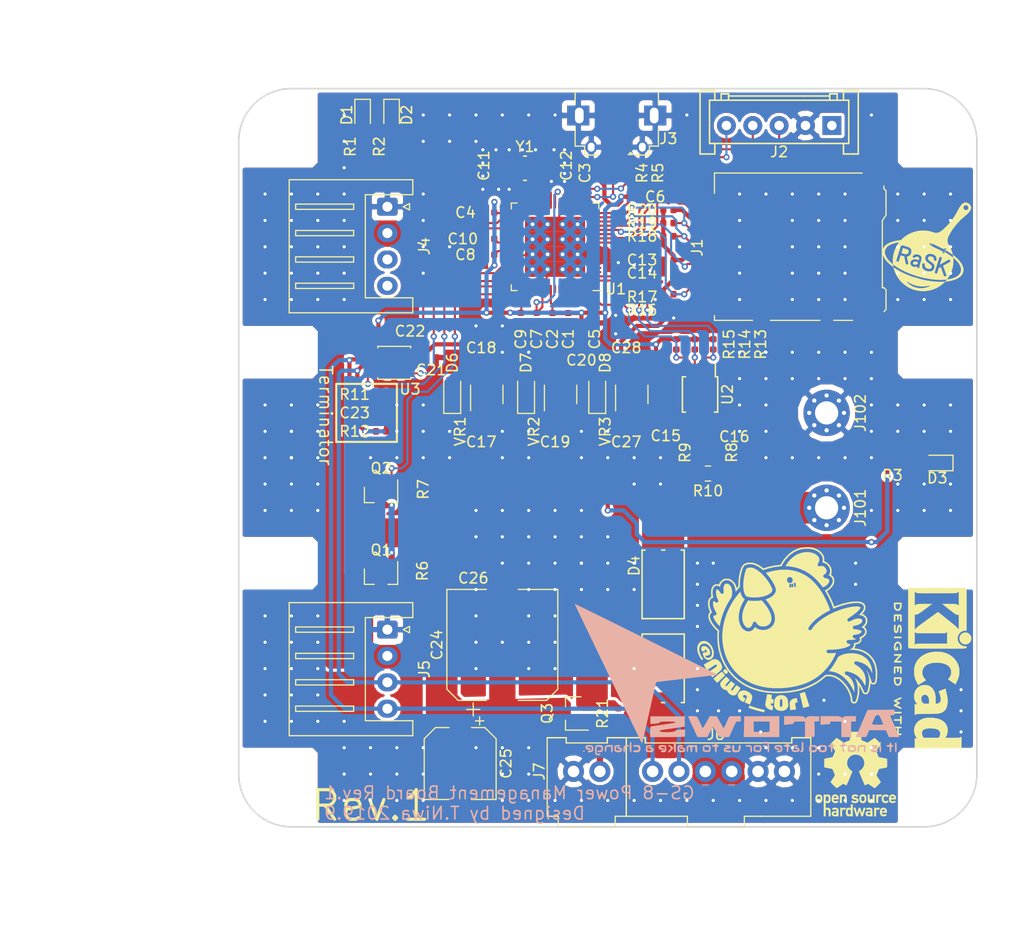
<source format=kicad_pcb>
(kicad_pcb (version 20171130) (host pcbnew "(5.0.2)-1")
  (layers (0 F.Cu signal) (31 B.Cu signal) (34 B.Paste user) (35 F.Paste user) (36 B.SilkS user) (37 F.SilkS user) (38 B.Mask user) (39 F.Mask user) (44 Edge.Cuts user))
  (net 0 "")
  (net 1 +3V3)
  (net 2 GND)
  (net 3 "Net-(C9-Pad2)")
  (net 4 "Net-(C10-Pad2)")
  (net 5 "Net-(C11-Pad2)")
  (net 6 "Net-(C12-Pad2)")
  (net 7 "Net-(C16-Pad1)")
  (net 8 "Net-(C16-Pad2)")
  (net 9 +5V)
  (net 10 "Net-(C23-Pad2)")
  (net 11 VCC)
  (net 12 "Net-(D1-Pad2)")
  (net 13 "Net-(D2-Pad2)")
  (net 14 "Net-(D3-Pad2)")
  (net 15 "Net-(D4-Pad2)")
  (net 16 "Net-(J2-Pad1)")
  (net 17 "Net-(J2-Pad3)")
  (net 18 "Net-(J2-Pad4)")
  (net 19 "Net-(J2-Pad5)")
  (net 20 "Net-(J3-Pad1)")
  (net 21 "Net-(J3-Pad4)")
  (net 22 /Power_Cutoff)
  (net 23 "Net-(R1-Pad1)")
  (net 24 "Net-(R2-Pad1)")
  (net 25 "Net-(R4-Pad2)")
  (net 26 "Net-(R5-Pad2)")
  (net 27 "Net-(J1-Pad8)")
  (net 28 "Net-(J1-Pad1)")
  (net 29 /CAN_H)
  (net 30 /CAN_L)
  (net 31 /INA226_SDA)
  (net 32 /INA226_SCL)
  (net 33 /CAN_TXD)
  (net 34 /CAN_RXD)
  (net 35 "Net-(U1-Pad3)")
  (net 36 "Net-(U1-Pad18)")
  (net 37 "Net-(U1-Pad31)")
  (net 38 "Net-(U1-Pad32)")
  (net 39 "Net-(U1-Pad33)")
  (net 40 "Net-(U1-Pad34)")
  (net 41 "Net-(U1-Pad38)")
  (net 42 "Net-(U1-Pad39)")
  (net 43 "Net-(U1-Pad40)")
  (net 44 "Net-(U1-Pad41)")
  (net 45 "Net-(U1-Pad46)")
  (net 46 "Net-(U1-Pad47)")
  (net 47 "Net-(U1-Pad53)")
  (net 48 "Net-(U1-Pad54)")
  (net 49 "Net-(U1-Pad55)")
  (net 50 "Net-(U1-Pad56)")
  (net 51 "Net-(U1-Pad60)")
  (net 52 "Net-(U1-Pad61)")
  (net 53 /SD_CS)
  (net 54 /SD_MOSI)
  (net 55 /SD_CLK)
  (net 56 /SD_MISO)
  (net 57 "Net-(U1-Pad66)")
  (net 58 /CAN_STB)
  (net 59 /INA226_Alert)
  (net 60 "Net-(VR1-Pad4)")
  (net 61 "Net-(VR2-Pad4)")
  (net 62 "Net-(J1-Pad9)")
  (net 63 "Net-(J1-Pad10)")
  (net 64 "Net-(J4-Pad3)")
  (net 65 "Net-(J4-Pad4)")
  (net 66 "Net-(D5-Pad2)")
  (net 67 "Net-(J4-Pad2)")
  (net 68 "Net-(U1-Pad4)")
  (net 69 "Net-(U1-Pad19)")
  (net 70 "Net-(U1-Pad20)")
  (net 71 "Net-(U1-Pad21)")
  (net 72 "Net-(U1-Pad62)")
  (net 73 "Net-(U1-Pad63)")
  (net 74 "Net-(U1-Pad64)")
  (net 75 "Net-(U1-Pad65)")
  (net 76 "Net-(U1-Pad29)")
  (net 77 "Net-(U1-Pad30)")
  (net 78 +BATT)
  (net 79 +3.3VP)
  (net 80 /USB-)
  (net 81 /USB+)
  (net 82 "Net-(VR3-Pad4)")
  (net 83 "Net-(C17-Pad1)")
  (net 84 "Net-(J7-Pad1)")
  (net 85 "Net-(Q1-Pad1)")
  (module MountingHole:MountingHole_3.2mm_M3 (layer F.Cu) (at 122.5 120)
    (fp_text reference REF** hide)
    (fp_text value MountingHole_3.2mm_M3)
    (pad 1 np_thru_hole circle (at 0 0) (size 3.2 3.2) (drill 3.2) (layers *.Cu *.Mask))
  )
  (module MountingHole:MountingHole_3.2mm_M3 (layer F.Cu) (at 182.5 120)
    (fp_text reference REF** hide)
    (fp_text value MountingHole_3.2mm_M3)
    (pad 1 np_thru_hole circle (at 0 0) (size 3.2 3.2) (drill 3.2) (layers *.Cu *.Mask))
  )
  (module MountingHole:MountingHole_3.2mm_M3 (layer F.Cu) (at 182.5 100)
    (fp_text reference REF** hide)
    (fp_text value MountingHole_3.2mm_M3)
    (pad 1 np_thru_hole circle (at 0 0) (size 3.2 3.2) (drill 3.2) (layers *.Cu *.Mask))
  )
  (module MountingHole:MountingHole_3.2mm_M3 (layer F.Cu) (at 122.5 100)
    (fp_text reference REF** hide)
    (fp_text value MountingHole_3.2mm_M3)
    (pad 1 np_thru_hole circle (at 0 0) (size 3.2 3.2) (drill 3.2) (layers *.Cu *.Mask))
  )
  (module MountingHole:MountingHole_3.2mm_M3 (layer F.Cu) (at 122.5 140)
    (fp_text reference REF** hide)
    (fp_text value MountingHole_3.2mm_M3)
    (pad 1 np_thru_hole circle (at 0 0) (size 3.2 3.2) (drill 3.2) (layers *.Cu *.Mask))
  )
  (module MountingHole:MountingHole_3.2mm_M3 (layer F.Cu) (at 182.5 140)
    (fp_text reference REF** hide)
    (fp_text value MountingHole_3.2mm_M3)
    (pad 1 np_thru_hole circle (at 0 0) (size 3.2 3.2) (drill 3.2) (layers *.Cu *.Mask))
  )
  (module MountingHole:MountingHole_3.2mm_M3 (layer F.Cu) (at 182.5 80)
    (fp_text reference REF** hide)
    (fp_text value MountingHole_3.2mm_M3)
    (pad 1 np_thru_hole circle (at 0 0) (size 3.2 3.2) (drill 3.2) (layers *.Cu *.Mask))
  )
  (module Capacitor_SMD:C_0402_1005Metric (layer F.Cu) (at 148.75 96.765 270)
    (fp_text reference C1 (at 1.985 0 270) (layer F.SilkS))
    (fp_text value 1u)
    (pad 2 smd roundrect (at 0.485 0 270) (size 0.59 0.64) (layers F.Cu F.Paste F.Mask) (net 2 GND))
    (pad 1 smd roundrect (at -0.485 0 270) (size 0.59 0.64) (layers F.Cu F.Paste F.Mask) (net 1 +3V3))
  )
  (module Capacitor_SMD:C_0402_1005Metric (layer F.Cu) (at 147.25 96.765 270)
    (fp_text reference C2 (at 1.985 0 270) (layer F.SilkS))
    (fp_text value 0.1u)
    (pad 1 smd roundrect (at -0.485 0 270) (size 0.59 0.64) (layers F.Cu F.Paste F.Mask) (net 1 +3V3))
    (pad 2 smd roundrect (at 0.485 0 270) (size 0.59 0.64) (layers F.Cu F.Paste F.Mask) (net 2 GND))
  )
  (module Capacitor_SMD:C_0402_1005Metric (layer F.Cu) (at 151.5 83 90)
    (fp_text reference C3 (at 0 -1.17 90) (layer F.SilkS))
    (fp_text value 0.1u)
    (pad 2 smd roundrect (at 0.485 0 90) (size 0.59 0.64) (layers F.Cu F.Paste F.Mask) (net 2 GND))
    (pad 1 smd roundrect (at -0.485 0 90) (size 0.59 0.64) (layers F.Cu F.Paste F.Mask) (net 1 +3V3))
  )
  (module Capacitor_SMD:C_0402_1005Metric (layer F.Cu) (at 141.25 86.75 180)
    (fp_text reference C4 (at 2.25 0 180) (layer F.SilkS))
    (fp_text value 0.1u)
    (pad 1 smd roundrect (at -0.485 0 180) (size 0.59 0.64) (layers F.Cu F.Paste F.Mask) (net 1 +3V3))
    (pad 2 smd roundrect (at 0.485 0 180) (size 0.59 0.64) (layers F.Cu F.Paste F.Mask) (net 2 GND))
  )
  (module Capacitor_SMD:C_0402_1005Metric (layer F.Cu) (at 151.25 96.735 270)
    (fp_text reference C5 (at 2.015 0 270) (layer F.SilkS))
    (fp_text value 0.1u)
    (pad 2 smd roundrect (at 0.485 0 270) (size 0.59 0.64) (layers F.Cu F.Paste F.Mask) (net 2 GND))
    (pad 1 smd roundrect (at -0.485 0 270) (size 0.59 0.64) (layers F.Cu F.Paste F.Mask) (net 1 +3V3))
  )
  (module Capacitor_SMD:C_0402_1005Metric (layer F.Cu) (at 155.015 85.25)
    (fp_text reference C6 (at 1.985 0) (layer F.SilkS))
    (fp_text value 0.1u)
    (pad 1 smd roundrect (at -0.485 0) (size 0.59 0.64) (layers F.Cu F.Paste F.Mask) (net 1 +3V3))
    (pad 2 smd roundrect (at 0.485 0) (size 0.59 0.64) (layers F.Cu F.Paste F.Mask) (net 2 GND))
  )
  (module Capacitor_SMD:C_0402_1005Metric (layer F.Cu) (at 144.25 96.75 270)
    (fp_text reference C7 (at 2 -1.5 270) (layer F.SilkS))
    (fp_text value 0.1u)
    (pad 2 smd roundrect (at 0.485 0 270) (size 0.59 0.64) (layers F.Cu F.Paste F.Mask) (net 2 GND))
    (pad 1 smd roundrect (at -0.485 0 270) (size 0.59 0.64) (layers F.Cu F.Paste F.Mask) (net 1 +3V3))
  )
  (module Capacitor_SMD:C_0402_1005Metric (layer F.Cu) (at 141.25 90.75 180)
    (fp_text reference C8 (at 2.25 0 180) (layer F.SilkS))
    (fp_text value 0.1u)
    (pad 2 smd roundrect (at 0.485 0 180) (size 0.59 0.64) (layers F.Cu F.Paste F.Mask) (net 2 GND))
    (pad 1 smd roundrect (at -0.485 0 180) (size 0.59 0.64) (layers F.Cu F.Paste F.Mask) (net 1 +3V3))
  )
  (module Capacitor_SMD:C_0402_1005Metric (layer F.Cu) (at 145.75 96.75 90)
    (fp_text reference C9 (at -2 -1.5 90) (layer F.SilkS))
    (fp_text value 1u)
    (pad 1 smd roundrect (at -0.485 0 90) (size 0.59 0.64) (layers F.Cu F.Paste F.Mask) (net 2 GND))
    (pad 2 smd roundrect (at 0.485 0 90) (size 0.59 0.64) (layers F.Cu F.Paste F.Mask) (net 3 "Net-(C9-Pad2)"))
  )
  (module Capacitor_SMD:C_0402_1005Metric (layer F.Cu) (at 141.25 89.25)
    (fp_text reference C10 (at -2.5 0) (layer F.SilkS))
    (fp_text value 1u)
    (pad 1 smd roundrect (at -0.485 0) (size 0.59 0.64) (layers F.Cu F.Paste F.Mask) (net 2 GND))
    (pad 2 smd roundrect (at 0.485 0) (size 0.59 0.64) (layers F.Cu F.Paste F.Mask) (net 4 "Net-(C10-Pad2)"))
  )
  (module Capacitor_SMD:C_0402_1005Metric (layer F.Cu) (at 141.9 82.3 270)
    (fp_text reference C11 (at 0 1.15 270) (layer F.SilkS))
    (fp_text value 9p)
    (pad 2 smd roundrect (at 0.485 0 270) (size 0.59 0.64) (layers F.Cu F.Paste F.Mask) (net 5 "Net-(C11-Pad2)"))
    (pad 1 smd roundrect (at -0.485 0 270) (size 0.59 0.64) (layers F.Cu F.Paste F.Mask) (net 2 GND))
  )
  (module Capacitor_SMD:C_0402_1005Metric (layer F.Cu) (at 147.4 82.3 270)
    (fp_text reference C12 (at 0 -1.17 270) (layer F.SilkS))
    (fp_text value 9p)
    (pad 2 smd roundrect (at 0.485 0 270) (size 0.59 0.64) (layers F.Cu F.Paste F.Mask) (net 6 "Net-(C12-Pad2)"))
    (pad 1 smd roundrect (at -0.485 0 270) (size 0.59 0.64) (layers F.Cu F.Paste F.Mask) (net 2 GND))
  )
  (module Capacitor_SMD:C_0402_1005Metric (layer F.Cu) (at 158.25 91.25 180)
    (fp_text reference C13 (at 2.5 0 180) (layer F.SilkS))
    (fp_text value 1u)
    (pad 1 smd roundrect (at -0.485 0 180) (size 0.59 0.64) (layers F.Cu F.Paste F.Mask) (net 79 +3.3VP))
    (pad 2 smd roundrect (at 0.485 0 180) (size 0.59 0.64) (layers F.Cu F.Paste F.Mask) (net 2 GND))
  )
  (module Capacitor_SMD:C_0402_1005Metric (layer F.Cu) (at 158.25 92.5 180)
    (fp_text reference C14 (at 2.5 0 180) (layer F.SilkS))
    (fp_text value 0.1u)
    (pad 2 smd roundrect (at 0.485 0 180) (size 0.59 0.64) (layers F.Cu F.Paste F.Mask) (net 2 GND))
    (pad 1 smd roundrect (at -0.485 0 180) (size 0.59 0.64) (layers F.Cu F.Paste F.Mask) (net 79 +3.3VP))
  )
  (module Capacitor_SMD:C_0402_1005Metric (layer F.Cu) (at 158 106.75 180)
    (fp_text reference C15 (at 0 -1.17 180) (layer F.SilkS))
    (fp_text value 0.1u)
    (pad 1 smd roundrect (at -0.485 0 180) (size 0.59 0.64) (layers F.Cu F.Paste F.Mask) (net 1 +3V3))
    (pad 2 smd roundrect (at 0.485 0 180) (size 0.59 0.64) (layers F.Cu F.Paste F.Mask) (net 2 GND))
  )
  (module Capacitor_SMD:C_0402_1005Metric (layer F.Cu) (at 161.985 108 180)
    (fp_text reference C16 (at -2.515 0 180) (layer F.SilkS))
    (fp_text value 0.1u)
    (pad 2 smd roundrect (at 0.485 0 180) (size 0.59 0.64) (layers F.Cu F.Paste F.Mask) (net 8 "Net-(C16-Pad2)"))
    (pad 1 smd roundrect (at -0.485 0 180) (size 0.59 0.64) (layers F.Cu F.Paste F.Mask) (net 7 "Net-(C16-Pad1)"))
  )
  (module Capacitor_SMD:C_0402_1005Metric (layer F.Cu) (at 140.5 107.25)
    (fp_text reference C17 (at 0 1.25) (layer F.SilkS))
    (fp_text value 1u)
    (pad 2 smd roundrect (at 0.485 0) (size 0.59 0.64) (layers F.Cu F.Paste F.Mask) (net 2 GND))
    (pad 1 smd roundrect (at -0.485 0) (size 0.59 0.64) (layers F.Cu F.Paste F.Mask) (net 83 "Net-(C17-Pad1)"))
  )
  (module Capacitor_SMD:C_0402_1005Metric (layer F.Cu) (at 140.5 100.75)
    (fp_text reference C18 (at 0 -1.17) (layer F.SilkS))
    (fp_text value 1u)
    (pad 1 smd roundrect (at -0.485 0) (size 0.59 0.64) (layers F.Cu F.Paste F.Mask) (net 9 +5V))
    (pad 2 smd roundrect (at 0.485 0) (size 0.59 0.64) (layers F.Cu F.Paste F.Mask) (net 2 GND))
  )
  (module Capacitor_SMD:C_0402_1005Metric (layer F.Cu) (at 147.5 107.25)
    (fp_text reference C19 (at 0 1.25) (layer F.SilkS))
    (fp_text value 1u)
    (pad 2 smd roundrect (at 0.485 0) (size 0.59 0.64) (layers F.Cu F.Paste F.Mask) (net 2 GND))
    (pad 1 smd roundrect (at -0.485 0) (size 0.59 0.64) (layers F.Cu F.Paste F.Mask) (net 83 "Net-(C17-Pad1)"))
  )
  (module Capacitor_SMD:C_0402_1005Metric (layer F.Cu) (at 147.5 100.75)
    (fp_text reference C20 (at 2.5 0) (layer F.SilkS))
    (fp_text value 1u)
    (pad 2 smd roundrect (at 0.485 0) (size 0.59 0.64) (layers F.Cu F.Paste F.Mask) (net 2 GND))
    (pad 1 smd roundrect (at -0.485 0) (size 0.59 0.64) (layers F.Cu F.Paste F.Mask) (net 1 +3V3))
  )
  (module Capacitor_SMD:C_0402_1005Metric (layer F.Cu) (at 135.75 100.5 180)
    (fp_text reference C21 (at 0 -1.17 180) (layer F.SilkS))
    (fp_text value 0.1u)
    (pad 1 smd roundrect (at -0.485 0 180) (size 0.59 0.64) (layers F.Cu F.Paste F.Mask) (net 2 GND))
    (pad 2 smd roundrect (at 0.485 0 180) (size 0.59 0.64) (layers F.Cu F.Paste F.Mask) (net 9 +5V))
  )
  (module Capacitor_SMD:C_0402_1005Metric (layer F.Cu) (at 131.25 98 180)
    (fp_text reference C22 (at -2.5 0 180) (layer F.SilkS))
    (fp_text value 0.1u)
    (pad 1 smd roundrect (at -0.485 0 180) (size 0.59 0.64) (layers F.Cu F.Paste F.Mask) (net 2 GND))
    (pad 2 smd roundrect (at 0.485 0 180) (size 0.59 0.64) (layers F.Cu F.Paste F.Mask) (net 1 +3V3))
  )
  (module Capacitor_SMD:C_0402_1005Metric (layer F.Cu) (at 131 105.75 180)
    (fp_text reference C23 (at 2.5 0 180) (layer F.SilkS))
    (fp_text value 4.7n)
    (pad 1 smd roundrect (at -0.485 0 180) (size 0.59 0.64) (layers F.Cu F.Paste F.Mask) (net 2 GND))
    (pad 2 smd roundrect (at 0.485 0 180) (size 0.59 0.64) (layers F.Cu F.Paste F.Mask) (net 10 "Net-(C23-Pad2)"))
  )
  (module Capacitor_SMD:CP_Elec_10x10 (layer F.Cu) (at 142.5 127.75 90)
    (fp_text reference C24 (at 0 -6.2 90) (layer F.SilkS))
    (fp_text value 470u)
    (pad 1 smd roundrect (at -4 0 90) (size 4 2.5) (layers F.Cu F.Paste F.Mask) (roundrect_rratio 0.1) (net 83 "Net-(C17-Pad1)"))
    (pad 2 smd roundrect (at 4 0 90) (size 4 2.5) (layers F.Cu F.Paste F.Mask) (roundrect_rratio 0.1) (net 2 GND))
  )
  (module Capacitor_SMD:CP_Elec_6.3x7.7 (layer F.Cu) (at 138.5 139 270)
    (fp_text reference C25 (at 0 -4.35 270) (layer F.SilkS))
    (fp_text value 100u)
    (pad 1 smd roundrect (at -2.7 0 270) (size 3.5 1.6) (layers F.Cu F.Paste F.Mask) (roundrect_rratio 0.15625) (net 83 "Net-(C17-Pad1)"))
    (pad 2 smd roundrect (at 2.7 0 270) (size 3.5 1.6) (layers F.Cu F.Paste F.Mask) (roundrect_rratio 0.15625) (net 2 GND))
  )
  (module Capacitor_SMD:C_0402_1005Metric (layer F.Cu) (at 139.75 120.25 180)
    (fp_text reference C26 (at 0 -1.17 180) (layer F.SilkS))
    (fp_text value 1u)
    (pad 1 smd roundrect (at -0.485 0 180) (size 0.59 0.64) (layers F.Cu F.Paste F.Mask) (net 2 GND))
    (pad 2 smd roundrect (at 0.485 0 180) (size 0.59 0.64) (layers F.Cu F.Paste F.Mask) (net 83 "Net-(C17-Pad1)"))
  )
  (module Capacitor_SMD:C_0402_1005Metric (layer F.Cu) (at 154.25 107.25)
    (fp_text reference C27 (at 0 1.25) (layer F.SilkS))
    (fp_text value 1u)
    (pad 1 smd roundrect (at -0.485 0) (size 0.59 0.64) (layers F.Cu F.Paste F.Mask) (net 83 "Net-(C17-Pad1)"))
    (pad 2 smd roundrect (at 0.485 0) (size 0.59 0.64) (layers F.Cu F.Paste F.Mask) (net 2 GND))
  )
  (module Capacitor_SMD:C_0402_1005Metric (layer F.Cu) (at 154.25 100.75)
    (fp_text reference C28 (at 0 -1.17) (layer F.SilkS))
    (fp_text value 1u)
    (pad 1 smd roundrect (at -0.485 0) (size 0.59 0.64) (layers F.Cu F.Paste F.Mask) (net 79 +3.3VP))
    (pad 2 smd roundrect (at 0.485 0) (size 0.59 0.64) (layers F.Cu F.Paste F.Mask) (net 2 GND))
  )
  (module LED_SMD:LED_0603_1608Metric (layer F.Cu) (at 129.25 77.5 270)
    (fp_text reference D1 (at 0 1.5 270) (layer F.SilkS))
    (fp_text value Yellow)
    (pad 2 smd roundrect (at 0.7875 0 270) (size 0.875 0.95) (layers F.Cu F.Paste F.Mask) (net 12 "Net-(D1-Pad2)"))
    (pad 1 smd roundrect (at -0.7875 0 270) (size 0.875 0.95) (layers F.Cu F.Paste F.Mask) (net 2 GND))
  )
  (module LED_SMD:LED_0603_1608Metric (layer F.Cu) (at 132 77.5 270)
    (fp_text reference D2 (at 0 -1.43 270) (layer F.SilkS))
    (fp_text value Blue)
    (pad 1 smd roundrect (at -0.7875 0 270) (size 0.875 0.95) (layers F.Cu F.Paste F.Mask) (net 2 GND))
    (pad 2 smd roundrect (at 0.7875 0 270) (size 0.875 0.95) (layers F.Cu F.Paste F.Mask) (net 13 "Net-(D2-Pad2)"))
  )
  (module LED_SMD:LED_0603_1608Metric (layer F.Cu) (at 183.75 110.5 180)
    (fp_text reference D3 (at 0 -1.43 180) (layer F.SilkS))
    (fp_text value Orange)
    (pad 1 smd roundrect (at -0.7875 0 180) (size 0.875 0.95) (layers F.Cu F.Paste F.Mask) (net 2 GND))
    (pad 2 smd roundrect (at 0.7875 0 180) (size 0.875 0.95) (layers F.Cu F.Paste F.Mask) (net 14 "Net-(D3-Pad2)"))
  )
  (module KUTKiCad_footprint:D_PowerDI5 (layer F.Cu) (at 157.75 120.23 180)
    (fp_text reference D4 (at 2.75 -0.02 270) (layer F.SilkS))
    (fp_text value SDM8M100P5)
    (pad 2 smd rect (at -0.93 1.46 180) (size 1.39 1.4) (layers F.Cu F.Paste F.Mask) (net 15 "Net-(D4-Pad2)"))
    (pad 2 smd rect (at 0.91 1.46 180) (size 1.39 1.4) (layers F.Cu F.Paste F.Mask) (net 15 "Net-(D4-Pad2)"))
    (pad 1 smd rect (at 0 -2.52 180) (size 3.36 4.86) (layers F.Cu F.Paste F.Mask) (net 11 VCC))
  )
  (module KUTKiCad_footprint:D_PowerDI5 (layer F.Cu) (at 157.75 131.75)
    (fp_text reference D5 (at -2.75 0 90) (layer F.SilkS))
    (fp_text value SDM8M100P5)
    (pad 1 smd rect (at 0 -2.52) (size 3.36 4.86) (layers F.Cu F.Paste F.Mask) (net 11 VCC))
    (pad 2 smd rect (at 0.91 1.46) (size 1.39 1.4) (layers F.Cu F.Paste F.Mask) (net 66 "Net-(D5-Pad2)"))
    (pad 2 smd rect (at -0.93 1.46) (size 1.39 1.4) (layers F.Cu F.Paste F.Mask) (net 66 "Net-(D5-Pad2)"))
  )
  (module Diode_SMD:D_TUMD2 (layer F.Cu) (at 137.75 104 90)
    (fp_text reference D6 (at 3 0 90) (layer F.SilkS))
    (fp_text value RSX101VA)
    (pad 1 smd rect (at -0.65 0 270) (size 2 1.1) (layers F.Cu F.Paste F.Mask) (net 83 "Net-(C17-Pad1)"))
    (pad 2 smd rect (at 1.25 0 270) (size 0.8 1.1) (layers F.Cu F.Paste F.Mask) (net 9 +5V))
  )
  (module Diode_SMD:D_TUMD2 (layer F.Cu) (at 144.75 104 90)
    (fp_text reference D7 (at 3 0 90) (layer F.SilkS))
    (fp_text value RSX101VA)
    (pad 2 smd rect (at 1.25 0 270) (size 0.8 1.1) (layers F.Cu F.Paste F.Mask) (net 1 +3V3))
    (pad 1 smd rect (at -0.65 0 270) (size 2 1.1) (layers F.Cu F.Paste F.Mask) (net 83 "Net-(C17-Pad1)"))
  )
  (module Diode_SMD:D_TUMD2 (layer F.Cu) (at 151.5 104 90)
    (fp_text reference D8 (at 3 0.75 90) (layer F.SilkS))
    (fp_text value RSX101VA)
    (pad 2 smd rect (at 1.25 0 270) (size 0.8 1.1) (layers F.Cu F.Paste F.Mask) (net 79 +3.3VP))
    (pad 1 smd rect (at -0.65 0 270) (size 2 1.1) (layers F.Cu F.Paste F.Mask) (net 83 "Net-(C17-Pad1)"))
  )
  (module Connector_Card:microSD_HC_Hirose_DM3AT-SF-PEJM5 (layer F.Cu) (at 170.5 90 90)
    (fp_text reference J1 (at -0.075 -9.525 90) (layer F.SilkS))
    (fp_text value Micro_SD_Card_Det_Hirose_DM3AT)
    (pad 9 smd rect (at -5.875 -7.725 90) (size 0.7 1.2) (layers F.Cu F.Paste F.Mask) (net 62 "Net-(J1-Pad9)"))
    (pad 8 smd rect (at -4.925 -7.725 90) (size 0.7 1.2) (layers F.Cu F.Paste F.Mask) (net 27 "Net-(J1-Pad8)"))
    (pad 1 smd rect (at 2.775 -7.725 90) (size 0.7 1.2) (layers F.Cu F.Paste F.Mask) (net 28 "Net-(J1-Pad1)"))
    (pad 2 smd rect (at 1.675 -7.725 90) (size 0.7 1.2) (layers F.Cu F.Paste F.Mask) (net 53 /SD_CS))
    (pad 3 smd rect (at 0.575 -7.725 90) (size 0.7 1.2) (layers F.Cu F.Paste F.Mask) (net 54 /SD_MOSI))
    (pad 4 smd rect (at -0.525 -7.725 90) (size 0.7 1.2) (layers F.Cu F.Paste F.Mask) (net 79 +3.3VP))
    (pad 5 smd rect (at -1.625 -7.725 90) (size 0.7 1.2) (layers F.Cu F.Paste F.Mask) (net 55 /SD_CLK))
    (pad 6 smd rect (at -2.725 -7.725 90) (size 0.7 1.2) (layers F.Cu F.Paste F.Mask) (net 2 GND))
    (pad 7 smd rect (at -3.825 -7.725 90) (size 0.7 1.2) (layers F.Cu F.Paste F.Mask) (net 56 /SD_MISO))
    (pad 11 smd rect (at 4.325 -7.725 90) (size 1 1.2) (layers F.Cu F.Paste F.Mask) (net 2 GND))
    (pad 11 smd rect (at -6.825 -3.425 90) (size 1 1.2) (layers F.Cu F.Paste F.Mask) (net 2 GND))
    (pad 10 smd rect (at -6.825 2.775 90) (size 1 0.8) (layers F.Cu F.Paste F.Mask) (net 63 "Net-(J1-Pad10)"))
    (pad 11 smd rect (at -6.825 6.925 90) (size 1 2.8) (layers F.Cu F.Paste F.Mask) (net 2 GND))
    (pad 11 smd rect (at 6.675 7.375 90) (size 1.3 1.9) (layers F.Cu F.Paste F.Mask) (net 2 GND))
  )
  (module KUTKiCad_footprint:JST_JQ_05JQ-BT_1x05_P2.5mm_Vertical (layer F.Cu) (at 173.75 78.5)
    (fp_text reference J2 (at -5 2.5) (layer F.SilkS))
    (fp_text value KRC_Conn_SWD)
    (pad 1 thru_hole rect (at 0 0) (size 1.8 1.8) (drill 0.9) (layers *.Cu *.Mask) (net 16 "Net-(J2-Pad1)"))
    (pad 2 thru_hole circle (at -2.5 0) (size 1.8 1.8) (drill 0.9) (layers *.Cu *.Mask) (net 2 GND))
    (pad 3 thru_hole circle (at -5 0) (size 1.8 1.8) (drill 0.9) (layers *.Cu *.Mask) (net 17 "Net-(J2-Pad3)"))
    (pad 4 thru_hole circle (at -7.5 0) (size 1.8 1.8) (drill 0.9) (layers *.Cu *.Mask) (net 18 "Net-(J2-Pad4)"))
    (pad 5 thru_hole circle (at -10 0) (size 1.8 1.8) (drill 0.9) (layers *.Cu *.Mask) (net 19 "Net-(J2-Pad5)"))
  )
  (module KUTKiCad_footprint:Hirose_ZX_ZX62D-B-5P8 (layer F.Cu) (at 153.35 77.55 180)
    (fp_text reference J3 (at -4.9 -2.2 180) (layer F.SilkS))
    (fp_text value USB_B_Micro)
    (pad 1 smd rect (at -1.3 -2.675 180) (size 0.4 1.35) (layers F.Cu F.Paste F.Mask) (net 20 "Net-(J3-Pad1)"))
    (pad 2 smd rect (at -0.65 -2.675 180) (size 0.4 1.35) (layers F.Cu F.Paste F.Mask) (net 80 /USB-))
    (pad 3 smd rect (at 0 -2.675 180) (size 0.4 1.35) (layers F.Cu F.Paste F.Mask) (net 81 /USB+))
    (pad 4 smd rect (at 0.65 -2.675 180) (size 0.4 1.35) (layers F.Cu F.Paste F.Mask) (net 21 "Net-(J3-Pad4)"))
    (pad 5 smd rect (at 1.3 -2.675 180) (size 0.4 1.35) (layers F.Cu F.Paste F.Mask) (net 2 GND))
    (pad 5 thru_hole oval (at -2.425 -3 180) (size 1.05 1.25) (drill oval 0.65 0.85) (layers *.Cu *.Mask) (net 2 GND))
    (pad 5 thru_hole oval (at 2.425 -3 180) (size 1.05 1.25) (drill oval 0.65 0.85) (layers *.Cu *.Mask) (net 2 GND))
    (pad 5 thru_hole rect (at -3.55 0 180) (size 2.1 1.9) (drill oval 0.825 1.5 (offset -0.1 0)) (layers *.Cu *.Mask) (net 2 GND))
    (pad 5 thru_hole rect (at 3.55 0 180) (size 2.1 1.9) (drill oval 0.825 1.5 (offset 0.1 0)) (layers *.Cu *.Mask) (net 2 GND))
    (pad 5 smd rect (at -1.15 0 180) (size 1.8 1.9) (layers F.Cu F.Paste F.Mask) (net 2 GND))
    (pad 5 smd rect (at 1.15 0 180) (size 1.8 1.9) (layers F.Cu F.Paste F.Mask) (net 2 GND))
  )
  (module Connector_JST:JST_XH_S4B-XH-A_1x04_P2.50mm_Horizontal (layer F.Cu) (at 131.6 86.2 270)
    (fp_text reference J4 (at 3.75 -3.5 270) (layer F.SilkS))
    (fp_text value KRC_Conn_CAN)
    (pad 1 thru_hole roundrect (at 0 0 270) (size 1.7 1.95) (drill 0.95) (layers *.Cu *.Mask) (roundrect_rratio 0.147059) (net 2 GND))
    (pad 2 thru_hole oval (at 2.5 0 270) (size 1.7 1.95) (drill 0.95) (layers *.Cu *.Mask) (net 67 "Net-(J4-Pad2)"))
    (pad 3 thru_hole oval (at 5 0 270) (size 1.7 1.95) (drill 0.95) (layers *.Cu *.Mask) (net 64 "Net-(J4-Pad3)"))
    (pad 4 thru_hole oval (at 7.5 0 270) (size 1.7 1.95) (drill 0.95) (layers *.Cu *.Mask) (net 65 "Net-(J4-Pad4)"))
  )
  (module Connector_JST:JST_XH_S4B-XH-A_1x04_P2.50mm_Horizontal (layer F.Cu) (at 131.6 126.3 270)
    (fp_text reference J5 (at 3.75 -3.5 270) (layer F.SilkS))
    (fp_text value KRC_Conn_CAN)
    (pad 4 thru_hole oval (at 7.5 0 270) (size 1.7 1.95) (drill 0.95) (layers *.Cu *.Mask) (net 30 /CAN_L))
    (pad 3 thru_hole oval (at 5 0 270) (size 1.7 1.95) (drill 0.95) (layers *.Cu *.Mask) (net 29 /CAN_H))
    (pad 2 thru_hole oval (at 2.5 0 270) (size 1.7 1.95) (drill 0.95) (layers *.Cu *.Mask) (net 67 "Net-(J4-Pad2)"))
    (pad 1 thru_hole roundrect (at 0 0 270) (size 1.7 1.95) (drill 0.95) (layers *.Cu *.Mask) (roundrect_rratio 0.147059) (net 2 GND))
  )
  (module KUTKiCad_footprint:Hirose_DF1E_DF1E-6P-2.5DS_1x06_P2.5mm_Vertical (layer F.Cu) (at 169.25 139.75 180)
    (fp_text reference J6 (at 6.5 3.5 180) (layer F.SilkS))
    (fp_text value Umbilical)
    (pad 4 thru_hole circle (at 7.5 0 180) (size 2 2) (drill 1.1) (layers *.Cu *.Mask) (net 66 "Net-(D5-Pad2)"))
    (pad 2 thru_hole circle (at 2.5 0 180) (size 2 2) (drill 1.1) (layers *.Cu *.Mask) (net 2 GND))
    (pad 3 thru_hole circle (at 5 0 180) (size 2 2) (drill 1.1) (layers *.Cu *.Mask) (net 66 "Net-(D5-Pad2)"))
    (pad 1 thru_hole circle (at 0 0 180) (size 2 2) (drill 1.1) (layers *.Cu *.Mask) (net 2 GND))
    (pad 5 thru_hole circle (at 10 0 180) (size 2 2) (drill 1.1) (layers *.Cu *.Mask) (net 29 /CAN_H))
    (pad 6 thru_hole circle (at 12.5 0 180) (size 2 2) (drill 1.1) (layers *.Cu *.Mask) (net 30 /CAN_L))
  )
  (module KUTKiCad_footprint:Hirose_DF1E_DF1E-2P-2.5DS_1x02_P2.5mm_Vertical (layer F.Cu) (at 151.75 139.75 180)
    (fp_text reference J7 (at 5.75 0 270) (layer F.SilkS))
    (fp_text value SW)
    (pad 1 thru_hole circle (at 0 0 180) (size 2 2) (drill 1.1) (layers *.Cu *.Mask) (net 84 "Net-(J7-Pad1)"))
    (pad 2 thru_hole circle (at 2.5 0 180) (size 2 2) (drill 1.1) (layers *.Cu *.Mask) (net 2 GND))
  )
  (module MountingHole:MountingHole_2.2mm_M2_Pad_Via (layer F.Cu) (at 173.25 114.75 270)
    (fp_text reference J101 (at 0 -3.2 270) (layer F.SilkS))
    (fp_text value LiPo_V+)
    (pad 1 thru_hole circle (at 0 0 270) (size 4.4 4.4) (drill 2.2) (layers *.Cu *.Mask) (net 78 +BATT))
    (pad 1 thru_hole circle (at 1.65 0 270) (size 0.7 0.7) (drill 0.4) (layers *.Cu *.Mask) (net 78 +BATT))
    (pad 1 thru_hole circle (at 1.166726 1.166726 270) (size 0.7 0.7) (drill 0.4) (layers *.Cu *.Mask) (net 78 +BATT))
    (pad 1 thru_hole circle (at 0 1.65 270) (size 0.7 0.7) (drill 0.4) (layers *.Cu *.Mask) (net 78 +BATT))
    (pad 1 thru_hole circle (at -1.166726 1.166726 270) (size 0.7 0.7) (drill 0.4) (layers *.Cu *.Mask) (net 78 +BATT))
    (pad 1 thru_hole circle (at -1.65 0 270) (size 0.7 0.7) (drill 0.4) (layers *.Cu *.Mask) (net 78 +BATT))
    (pad 1 thru_hole circle (at -1.166726 -1.166726 270) (size 0.7 0.7) (drill 0.4) (layers *.Cu *.Mask) (net 78 +BATT))
    (pad 1 thru_hole circle (at 0 -1.65 270) (size 0.7 0.7) (drill 0.4) (layers *.Cu *.Mask) (net 78 +BATT))
    (pad 1 thru_hole circle (at 1.166726 -1.166726 270) (size 0.7 0.7) (drill 0.4) (layers *.Cu *.Mask) (net 78 +BATT))
  )
  (module MountingHole:MountingHole_2.2mm_M2_Pad_Via (layer F.Cu) (at 173.25 105.75 270)
    (fp_text reference J102 (at 0 -3.2 270) (layer F.SilkS))
    (fp_text value LiPo_V-)
    (pad 1 thru_hole circle (at 1.166726 -1.166726 270) (size 0.7 0.7) (drill 0.4) (layers *.Cu *.Mask) (net 2 GND))
    (pad 1 thru_hole circle (at 0 -1.65 270) (size 0.7 0.7) (drill 0.4) (layers *.Cu *.Mask) (net 2 GND))
    (pad 1 thru_hole circle (at -1.166726 -1.166726 270) (size 0.7 0.7) (drill 0.4) (layers *.Cu *.Mask) (net 2 GND))
    (pad 1 thru_hole circle (at -1.65 0 270) (size 0.7 0.7) (drill 0.4) (layers *.Cu *.Mask) (net 2 GND))
    (pad 1 thru_hole circle (at -1.166726 1.166726 270) (size 0.7 0.7) (drill 0.4) (layers *.Cu *.Mask) (net 2 GND))
    (pad 1 thru_hole circle (at 0 1.65 270) (size 0.7 0.7) (drill 0.4) (layers *.Cu *.Mask) (net 2 GND))
    (pad 1 thru_hole circle (at 1.166726 1.166726 270) (size 0.7 0.7) (drill 0.4) (layers *.Cu *.Mask) (net 2 GND))
    (pad 1 thru_hole circle (at 1.65 0 270) (size 0.7 0.7) (drill 0.4) (layers *.Cu *.Mask) (net 2 GND))
    (pad 1 thru_hole circle (at 0 0 270) (size 4.4 4.4) (drill 2.2) (layers *.Cu *.Mask) (net 2 GND))
  )
  (module Package_TO_SOT_SMD:SOT-23 (layer F.Cu) (at 131 121.25 270)
    (fp_text reference Q1 (at -2.5 0) (layer F.SilkS))
    (fp_text value SSM3J328R)
    (pad 1 smd rect (at -1 -0.95 270) (size 0.9 0.8) (layers F.Cu F.Paste F.Mask) (net 85 "Net-(Q1-Pad1)"))
    (pad 2 smd rect (at -1 0.95 270) (size 0.9 0.8) (layers F.Cu F.Paste F.Mask) (net 83 "Net-(C17-Pad1)"))
    (pad 3 smd rect (at 1 0 270) (size 0.9 0.8) (layers F.Cu F.Paste F.Mask) (net 67 "Net-(J4-Pad2)"))
  )
  (module Package_TO_SOT_SMD:SOT-23 (layer F.Cu) (at 131 113.5 270)
    (fp_text reference Q2 (at -2.5 0 180) (layer F.SilkS))
    (fp_text value 2n7002)
    (pad 1 smd rect (at -1 -0.95 270) (size 0.9 0.8) (layers F.Cu F.Paste F.Mask) (net 22 /Power_Cutoff))
    (pad 2 smd rect (at -1 0.95 270) (size 0.9 0.8) (layers F.Cu F.Paste F.Mask) (net 2 GND))
    (pad 3 smd rect (at 1 0 270) (size 0.9 0.8) (layers F.Cu F.Paste F.Mask) (net 85 "Net-(Q1-Pad1)"))
  )
  (module Package_TO_SOT_SMD:SOT-23 (layer F.Cu) (at 149.25 134.25 180)
    (fp_text reference Q3 (at 2.5 0 270) (layer F.SilkS))
    (fp_text value SSM3J328R)
    (pad 3 smd rect (at 1 0 180) (size 0.9 0.8) (layers F.Cu F.Paste F.Mask) (net 83 "Net-(C17-Pad1)"))
    (pad 2 smd rect (at -1 0.95 180) (size 0.9 0.8) (layers F.Cu F.Paste F.Mask) (net 11 VCC))
    (pad 1 smd rect (at -1 -0.95 180) (size 0.9 0.8) (layers F.Cu F.Paste F.Mask) (net 84 "Net-(J7-Pad1)"))
  )
  (module Resistor_SMD:R_0402_1005Metric (layer F.Cu) (at 129.25 80.5 90)
    (fp_text reference R1 (at 0 -1.17 90) (layer F.SilkS))
    (fp_text value 1k)
    (pad 2 smd roundrect (at 0.485 0 90) (size 0.59 0.64) (layers F.Cu F.Paste F.Mask) (net 12 "Net-(D1-Pad2)"))
    (pad 1 smd roundrect (at -0.485 0 90) (size 0.59 0.64) (layers F.Cu F.Paste F.Mask) (net 23 "Net-(R1-Pad1)"))
  )
  (module Resistor_SMD:R_0402_1005Metric (layer F.Cu) (at 132 80.5 90)
    (fp_text reference R2 (at 0 -1.17 90) (layer F.SilkS))
    (fp_text value 1k)
    (pad 1 smd roundrect (at -0.485 0 90) (size 0.59 0.64) (layers F.Cu F.Paste F.Mask) (net 24 "Net-(R2-Pad1)"))
    (pad 2 smd roundrect (at 0.485 0 90) (size 0.59 0.64) (layers F.Cu F.Paste F.Mask) (net 13 "Net-(D2-Pad2)"))
  )
  (module Resistor_SMD:R_0402_1005Metric (layer F.Cu) (at 179.5 110.5 180)
    (fp_text reference R3 (at 0 -1.17 180) (layer F.SilkS))
    (fp_text value 1k)
    (pad 1 smd roundrect (at -0.485 0 180) (size 0.59 0.64) (layers F.Cu F.Paste F.Mask) (net 14 "Net-(D3-Pad2)"))
    (pad 2 smd roundrect (at 0.485 0 180) (size 0.59 0.64) (layers F.Cu F.Paste F.Mask) (net 83 "Net-(C17-Pad1)"))
  )
  (module Resistor_SMD:R_0402_1005Metric (layer F.Cu) (at 153 83 270)
    (fp_text reference R4 (at 0 -2.75 270) (layer F.SilkS))
    (fp_text value 22)
    (pad 1 smd roundrect (at -0.485 0 270) (size 0.59 0.64) (layers F.Cu F.Paste F.Mask) (net 81 /USB+))
    (pad 2 smd roundrect (at 0.485 0 270) (size 0.59 0.64) (layers F.Cu F.Paste F.Mask) (net 25 "Net-(R4-Pad2)"))
  )
  (module Resistor_SMD:R_0402_1005Metric (layer F.Cu) (at 154.25 83 270)
    (fp_text reference R5 (at 0 -3 270) (layer F.SilkS))
    (fp_text value 22)
    (pad 2 smd roundrect (at 0.485 0 270) (size 0.59 0.64) (layers F.Cu F.Paste F.Mask) (net 26 "Net-(R5-Pad2)"))
    (pad 1 smd roundrect (at -0.485 0 270) (size 0.59 0.64) (layers F.Cu F.Paste F.Mask) (net 80 /USB-))
  )
  (module Resistor_SMD:R_0402_1005Metric (layer F.Cu) (at 133.75 120.735 270)
    (fp_text reference R6 (at 0 -1.17 270) (layer F.SilkS))
    (fp_text value 10k)
    (pad 1 smd roundrect (at -0.485 0 270) (size 0.59 0.64) (layers F.Cu F.Paste F.Mask) (net 83 "Net-(C17-Pad1)"))
    (pad 2 smd roundrect (at 0.485 0 270) (size 0.59 0.64) (layers F.Cu F.Paste F.Mask) (net 85 "Net-(Q1-Pad1)"))
  )
  (module Resistor_SMD:R_0402_1005Metric (layer F.Cu) (at 133.75 113 90)
    (fp_text reference R7 (at 0 1.25 90) (layer F.SilkS))
    (fp_text value 10k)
    (pad 2 smd roundrect (at 0.485 0 90) (size 0.59 0.64) (layers F.Cu F.Paste F.Mask) (net 2 GND))
    (pad 1 smd roundrect (at -0.485 0 90) (size 0.59 0.64) (layers F.Cu F.Paste F.Mask) (net 22 /Power_Cutoff))
  )
  (module Resistor_SMD:R_0402_1005Metric (layer F.Cu) (at 163 109.5 90)
    (fp_text reference R8 (at 0 1.25 90) (layer F.SilkS))
    (fp_text value 4.7)
    (pad 1 smd roundrect (at -0.485 0 90) (size 0.59 0.64) (layers F.Cu F.Paste F.Mask) (net 78 +BATT))
    (pad 2 smd roundrect (at 0.485 0 90) (size 0.59 0.64) (layers F.Cu F.Paste F.Mask) (net 7 "Net-(C16-Pad1)"))
  )
  (module Resistor_SMD:R_0402_1005Metric (layer F.Cu) (at 161 109.515 90)
    (fp_text reference R9 (at 0 -1.17 90) (layer F.SilkS))
    (fp_text value 4.7)
    (pad 2 smd roundrect (at 0.485 0 90) (size 0.59 0.64) (layers F.Cu F.Paste F.Mask) (net 8 "Net-(C16-Pad2)"))
    (pad 1 smd roundrect (at -0.485 0 90) (size 0.59 0.64) (layers F.Cu F.Paste F.Mask) (net 15 "Net-(D4-Pad2)"))
  )
  (module Resistor_SMD:R_0805_2012Metric (layer F.Cu) (at 162 111.5 180)
    (fp_text reference R10 (at 0 -1.65 180) (layer F.SilkS))
    (fp_text value 2m)
    (pad 1 smd roundrect (at -0.9375 0 180) (size 0.975 1.4) (layers F.Cu F.Paste F.Mask) (net 78 +BATT))
    (pad 2 smd roundrect (at 0.9375 0 180) (size 0.975 1.4) (layers F.Cu F.Paste F.Mask) (net 15 "Net-(D4-Pad2)"))
  )
  (module Resistor_SMD:R_0402_1005Metric (layer F.Cu) (at 131 104 180)
    (fp_text reference R11 (at 2.5 0 180) (layer F.SilkS))
    (fp_text value 56)
    (pad 2 smd roundrect (at 0.485 0 180) (size 0.59 0.64) (layers F.Cu F.Paste F.Mask) (net 29 /CAN_H))
    (pad 1 smd roundrect (at -0.485 0 180) (size 0.59 0.64) (layers F.Cu F.Paste F.Mask) (net 10 "Net-(C23-Pad2)"))
  )
  (module Resistor_SMD:R_0402_1005Metric (layer F.Cu) (at 131 107.5)
    (fp_text reference R12 (at -2.5 0) (layer F.SilkS))
    (fp_text value 56)
    (pad 2 smd roundrect (at 0.485 0) (size 0.59 0.64) (layers F.Cu F.Paste F.Mask) (net 10 "Net-(C23-Pad2)"))
    (pad 1 smd roundrect (at -0.485 0) (size 0.59 0.64) (layers F.Cu F.Paste F.Mask) (net 30 /CAN_L))
  )
  (module Resistor_SMD:R_0402_1005Metric (layer F.Cu) (at 162.5 99.25 270)
    (fp_text reference R13 (at 0 -4.5 270) (layer F.SilkS))
    (fp_text value 10k)
    (pad 1 smd roundrect (at -0.485 0 270) (size 0.59 0.64) (layers F.Cu F.Paste F.Mask) (net 1 +3V3))
    (pad 2 smd roundrect (at 0.485 0 270) (size 0.59 0.64) (layers F.Cu F.Paste F.Mask) (net 59 /INA226_Alert))
  )
  (module Resistor_SMD:R_0402_1005Metric (layer F.Cu) (at 160.75 99.25 270)
    (fp_text reference R14 (at 0 -4.75 270) (layer F.SilkS))
    (fp_text value 10k)
    (pad 2 smd roundrect (at 0.485 0 270) (size 0.59 0.64) (layers F.Cu F.Paste F.Mask) (net 31 /INA226_SDA))
    (pad 1 smd roundrect (at -0.485 0 270) (size 0.59 0.64) (layers F.Cu F.Paste F.Mask) (net 1 +3V3))
  )
  (module Resistor_SMD:R_0402_1005Metric (layer F.Cu) (at 159 99.25 270)
    (fp_text reference R15 (at 0 -5 270) (layer F.SilkS))
    (fp_text value 10k)
    (pad 1 smd roundrect (at -0.485 0 270) (size 0.59 0.64) (layers F.Cu F.Paste F.Mask) (net 1 +3V3))
    (pad 2 smd roundrect (at 0.485 0 270) (size 0.59 0.64) (layers F.Cu F.Paste F.Mask) (net 32 /INA226_SCL))
  )
  (module Resistor_SMD:R_0402_1005Metric (layer F.Cu) (at 158.25 95.75)
    (fp_text reference R16 (at -2.5 0.25) (layer F.SilkS))
    (fp_text value 22k)
    (pad 1 smd roundrect (at -0.485 0) (size 0.59 0.64) (layers F.Cu F.Paste F.Mask) (net 79 +3.3VP))
    (pad 2 smd roundrect (at 0.485 0) (size 0.59 0.64) (layers F.Cu F.Paste F.Mask) (net 27 "Net-(J1-Pad8)"))
  )
  (module Resistor_SMD:R_0402_1005Metric (layer F.Cu) (at 158.25 94.5)
    (fp_text reference R17 (at -2.5 0.25) (layer F.SilkS))
    (fp_text value 22k)
    (pad 1 smd roundrect (at -0.485 0) (size 0.59 0.64) (layers F.Cu F.Paste F.Mask) (net 79 +3.3VP))
    (pad 2 smd roundrect (at 0.485 0) (size 0.59 0.64) (layers F.Cu F.Paste F.Mask) (net 56 /SD_MISO))
  )
  (module Resistor_SMD:R_0402_1005Metric (layer F.Cu) (at 158.25 89)
    (fp_text reference R18 (at -2.5 0) (layer F.SilkS))
    (fp_text value 22k)
    (pad 2 smd roundrect (at 0.485 0) (size 0.59 0.64) (layers F.Cu F.Paste F.Mask) (net 54 /SD_MOSI))
    (pad 1 smd roundrect (at -0.485 0) (size 0.59 0.64) (layers F.Cu F.Paste F.Mask) (net 79 +3.3VP))
  )
  (module Resistor_SMD:R_0402_1005Metric (layer F.Cu) (at 158.25 87.75)
    (fp_text reference R19 (at -2.5 0) (layer F.SilkS))
    (fp_text value 22k)
    (pad 1 smd roundrect (at -0.485 0) (size 0.59 0.64) (layers F.Cu F.Paste F.Mask) (net 79 +3.3VP))
    (pad 2 smd roundrect (at 0.485 0) (size 0.59 0.64) (layers F.Cu F.Paste F.Mask) (net 53 /SD_CS))
  )
  (module Resistor_SMD:R_0402_1005Metric (layer F.Cu) (at 158.25 86.5)
    (fp_text reference R20 (at -2.5 0) (layer F.SilkS))
    (fp_text value 22k)
    (pad 2 smd roundrect (at 0.485 0) (size 0.59 0.64) (layers F.Cu F.Paste F.Mask) (net 28 "Net-(J1-Pad1)"))
    (pad 1 smd roundrect (at -0.485 0) (size 0.59 0.64) (layers F.Cu F.Paste F.Mask) (net 79 +3.3VP))
  )
  (module Resistor_SMD:R_0402_1005Metric (layer F.Cu) (at 153.5 134.25 270)
    (fp_text reference R21 (at 0 1.5 270) (layer F.SilkS))
    (fp_text value 10k)
    (pad 2 smd roundrect (at 0.485 0 270) (size 0.59 0.64) (layers F.Cu F.Paste F.Mask) (net 84 "Net-(J7-Pad1)"))
    (pad 1 smd roundrect (at -0.485 0 270) (size 0.59 0.64) (layers F.Cu F.Paste F.Mask) (net 11 VCC))
  )
  (module KUTKiCad_footprint:Cypress_QFN-68_EP_8x8_Pitch0.4mm (layer F.Cu) (at 147.5 90 180)
    (fp_text reference U1 (at -5.75 -4 180) (layer F.SilkS))
    (fp_text value CY8C58xxLTI-LPxxx)
    (pad 1 smd oval (at -4 -3.2 270) (size 0.2 0.8) (layers F.Cu F.Paste F.Mask) (net 31 /INA226_SDA))
    (pad 2 smd oval (at -4 -2.8 270) (size 0.2 0.8) (layers F.Cu F.Paste F.Mask) (net 59 /INA226_Alert))
    (pad 3 smd oval (at -4 -2.4 270) (size 0.2 0.8) (layers F.Cu F.Paste F.Mask) (net 35 "Net-(U1-Pad3)"))
    (pad 4 smd oval (at -4 -2 270) (size 0.2 0.8) (layers F.Cu F.Paste F.Mask) (net 68 "Net-(U1-Pad4)"))
    (pad 5 smd oval (at -4 -1.6 270) (size 0.2 0.8) (layers F.Cu F.Paste F.Mask) (net 2 GND))
    (pad 6 smd oval (at -4 -1.2 270) (size 0.2 0.8) (layers F.Cu F.Paste F.Mask) (net 2 GND))
    (pad 7 smd oval (at -4 -0.8 270) (size 0.2 0.8) (layers F.Cu F.Paste F.Mask) (net 2 GND))
    (pad 8 smd oval (at -4 -0.4 270) (size 0.2 0.8) (layers F.Cu F.Paste F.Mask) (net 2 GND))
    (pad 9 smd oval (at -4 0 270) (size 0.2 0.8) (layers F.Cu F.Paste F.Mask) (net 2 GND))
    (pad 10 smd oval (at -4 0.4 270) (size 0.2 0.8) (layers F.Cu F.Paste F.Mask) (net 17 "Net-(J2-Pad3)"))
    (pad 11 smd oval (at -4 0.8 270) (size 0.2 0.8) (layers F.Cu F.Paste F.Mask) (net 19 "Net-(J2-Pad5)"))
    (pad 12 smd oval (at -4 1.2 270) (size 0.2 0.8) (layers F.Cu F.Paste F.Mask) (net 18 "Net-(J2-Pad4)"))
    (pad 13 smd oval (at -4 1.6 270) (size 0.2 0.8) (layers F.Cu F.Paste F.Mask) (net 56 /SD_MISO))
    (pad 14 smd oval (at -4 2 270) (size 0.2 0.8) (layers F.Cu F.Paste F.Mask) (net 55 /SD_CLK))
    (pad 15 smd oval (at -4 2.4 270) (size 0.2 0.8) (layers F.Cu F.Paste F.Mask) (net 54 /SD_MOSI))
    (pad 16 smd oval (at -4 2.8 270) (size 0.2 0.8) (layers F.Cu F.Paste F.Mask) (net 53 /SD_CS))
    (pad 17 smd oval (at -4 3.2 270) (size 0.2 0.8) (layers F.Cu F.Paste F.Mask) (net 1 +3V3))
    (pad 18 smd oval (at -3.2 4 180) (size 0.2 0.8) (layers F.Cu F.Paste F.Mask) (net 36 "Net-(U1-Pad18)"))
    (pad 19 smd oval (at -2.8 4 180) (size 0.2 0.8) (layers F.Cu F.Paste F.Mask) (net 69 "Net-(U1-Pad19)"))
    (pad 20 smd oval (at -2.4 4 180) (size 0.2 0.8) (layers F.Cu F.Paste F.Mask) (net 70 "Net-(U1-Pad20)"))
    (pad 21 smd oval (at -2 4 180) (size 0.2 0.8) (layers F.Cu F.Paste F.Mask) (net 71 "Net-(U1-Pad21)"))
    (pad 22 smd oval (at -1.6 4 180) (size 0.2 0.8) (layers F.Cu F.Paste F.Mask) (net 25 "Net-(R4-Pad2)"))
    (pad 23 smd oval (at -1.2 4 180) (size 0.2 0.8) (layers F.Cu F.Paste F.Mask) (net 26 "Net-(R5-Pad2)"))
    (pad 24 smd oval (at -0.8 4 180) (size 0.2 0.8) (layers F.Cu F.Paste F.Mask) (net 1 +3V3))
    (pad 25 smd oval (at -0.4 4 180) (size 0.2 0.8) (layers F.Cu F.Paste F.Mask) (net 2 GND))
    (pad 26 smd oval (at 0 4 180) (size 0.2 0.8) (layers F.Cu F.Paste F.Mask) (net 3 "Net-(C9-Pad2)"))
    (pad 27 smd oval (at 0.4 4 180) (size 0.2 0.8) (layers F.Cu F.Paste F.Mask) (net 6 "Net-(C12-Pad2)"))
    (pad 28 smd oval (at 0.8 4 180) (size 0.2 0.8) (layers F.Cu F.Paste F.Mask) (net 5 "Net-(C11-Pad2)"))
    (pad 29 smd oval (at 1.2 4 180) (size 0.2 0.8) (layers F.Cu F.Paste F.Mask) (net 76 "Net-(U1-Pad29)"))
    (pad 30 smd oval (at 1.6 4 180) (size 0.2 0.8) (layers F.Cu F.Paste F.Mask) (net 77 "Net-(U1-Pad30)"))
    (pad 31 smd oval (at 2 4 180) (size 0.2 0.8) (layers F.Cu F.Paste F.Mask) (net 37 "Net-(U1-Pad31)"))
    (pad 32 smd oval (at 2.4 4 180) (size 0.2 0.8) (layers F.Cu F.Paste F.Mask) (net 38 "Net-(U1-Pad32)"))
    (pad 33 smd oval (at 2.8 4 180) (size 0.2 0.8) (layers F.Cu F.Paste F.Mask) (net 39 "Net-(U1-Pad33)"))
    (pad 34 smd oval (at 3.2 4 180) (size 0.2 0.8) (layers F.Cu F.Paste F.Mask) (net 40 "Net-(U1-Pad34)"))
    (pad 35 smd oval (at 4 3.2 270) (size 0.2 0.8) (layers F.Cu F.Paste F.Mask) (net 1 +3V3))
    (pad 36 smd oval (at 4 2.8 270) (size 0.2 0.8) (layers F.Cu F.Paste F.Mask) (net 24 "Net-(R2-Pad1)"))
    (pad 37 smd oval (at 4 2.4 270) (size 0.2 0.8) (layers F.Cu F.Paste F.Mask) (net 23 "Net-(R1-Pad1)"))
    (pad 38 smd oval (at 4 2 270) (size 0.2 0.8) (layers F.Cu F.Paste F.Mask) (net 41 "Net-(U1-Pad38)"))
    (pad 39 smd oval (at 4 1.6 270) (size 0.2 0.8) (layers F.Cu F.Paste F.Mask) (net 42 "Net-(U1-Pad39)"))
    (pad 40 smd oval (at 4 1.2 270) (size 0.2 0.8) (layers F.Cu F.Paste F.Mask) (net 43 "Net-(U1-Pad40)"))
    (pad 41 smd oval (at 4 0.8 270) (size 0.2 0.8) (layers F.Cu F.Paste F.Mask) (net 44 "Net-(U1-Pad41)"))
    (pad 42 smd oval (at 4 0.4 270) (size 0.2 0.8) (layers F.Cu F.Paste F.Mask) (net 4 "Net-(C10-Pad2)"))
    (pad 43 smd oval (at 4 0 270) (size 0.2 0.8) (layers F.Cu F.Paste F.Mask) (net 2 GND))
    (pad 44 smd oval (at 4 -0.4 270) (size 0.2 0.8) (layers F.Cu F.Paste F.Mask) (net 1 +3V3))
    (pad 45 smd oval (at 4 -0.8 270) (size 0.2 0.8) (layers F.Cu F.Paste F.Mask) (net 2 GND))
    (pad 46 smd oval (at 4 -1.2 270) (size 0.2 0.8) (layers F.Cu F.Paste F.Mask) (net 45 "Net-(U1-Pad46)"))
    (pad 47 smd oval (at 4 -1.6 270) (size 0.2 0.8) (layers F.Cu F.Paste F.Mask) (net 46 "Net-(U1-Pad47)"))
    (pad 48 smd oval (at 4 -2 270) (size 0.2 0.8) (layers F.Cu F.Paste F.Mask) (net 34 /CAN_RXD))
    (pad 49 smd oval (at 4 -2.4 270) (size 0.2 0.8) (layers F.Cu F.Paste F.Mask) (net 33 /CAN_TXD))
    (pad 50 smd oval (at 4 -2.8 270) (size 0.2 0.8) (layers F.Cu F.Paste F.Mask) (net 58 /CAN_STB))
    (pad 51 smd oval (at 4 -3.2 270) (size 0.2 0.8) (layers F.Cu F.Paste F.Mask) (net 22 /Power_Cutoff))
    (pad 52 smd oval (at 3.2 -4 180) (size 0.2 0.8) (layers F.Cu F.Paste F.Mask) (net 1 +3V3))
    (pad 53 smd oval (at 2.8 -4 180) (size 0.2 0.8) (layers F.Cu F.Paste F.Mask) (net 47 "Net-(U1-Pad53)"))
    (pad 54 smd oval (at 2.4 -4 180) (size 0.2 0.8) (layers F.Cu F.Paste F.Mask) (net 48 "Net-(U1-Pad54)"))
    (pad 55 smd oval (at 2 -4 180) (size 0.2 0.8) (layers F.Cu F.Paste F.Mask) (net 49 "Net-(U1-Pad55)"))
    (pad 56 smd oval (at 1.6 -4 180) (size 0.2 0.8) (layers F.Cu F.Paste F.Mask) (net 50 "Net-(U1-Pad56)"))
    (pad 57 smd oval (at 1.2 -4 180) (size 0.2 0.8) (layers F.Cu F.Paste F.Mask) (net 3 "Net-(C9-Pad2)"))
    (pad 58 smd oval (at 0.8 -4 180) (size 0.2 0.8) (layers F.Cu F.Paste F.Mask) (net 2 GND))
    (pad 59 smd oval (at 0.4 -4 180) (size 0.2 0.8) (layers F.Cu F.Paste F.Mask) (net 1 +3V3))
    (pad 60 smd oval (at 0 -4 180) (size 0.2 0.8) (layers F.Cu F.Paste F.Mask) (net 51 "Net-(U1-Pad60)"))
    (pad 61 smd oval (at -0.4 -4 180) (size 0.2 0.8) (layers F.Cu F.Paste F.Mask) (net 52 "Net-(U1-Pad61)"))
    (pad 62 smd oval (at -0.8 -4 180) (size 0.2 0.8) (layers F.Cu F.Paste F.Mask) (net 72 "Net-(U1-Pad62)"))
    (pad 63 smd oval (at -1.2 -4 180) (size 0.2 0.8) (layers F.Cu F.Paste F.Mask) (net 73 "Net-(U1-Pad63)"))
    (pad 64 smd oval (at -1.6 -4 180) (size 0.2 0.8) (layers F.Cu F.Paste F.Mask) (net 74 "Net-(U1-Pad64)"))
    (pad 65 smd oval (at -2 -4 180) (size 0.2 0.8) (layers F.Cu F.Paste F.Mask) (net 75 "Net-(U1-Pad65)"))
    (pad 66 smd oval (at -2.4 -4 180) (size 0.2 0.8) (layers F.Cu F.Paste F.Mask) (net 57 "Net-(U1-Pad66)"))
    (pad 67 smd oval (at -2.8 -4 180) (size 0.2 0.8) (layers F.Cu F.Paste F.Mask) (net 1 +3V3))
    (pad 68 smd oval (at -3.2 -4 180) (size 0.2 0.8) (layers F.Cu F.Paste F.Mask) (net 32 /INA226_SCL))
    (pad 69 smd rect (at -2.1375 -2.1375 180) (size 1.425 1.425) (layers F.Cu F.Paste F.Mask) (net 2 GND))
    (pad 69 smd rect (at -2.1375 -0.7125 180) (size 1.425 1.425) (layers F.Cu F.Paste F.Mask) (net 2 GND))
    (pad 69 smd rect (at -2.1375 0.7125 180) (size 1.425 1.425) (layers F.Cu F.Paste F.Mask) (net 2 GND))
    (pad 69 smd rect (at -2.1375 2.1375 180) (size 1.425 1.425) (layers F.Cu F.Paste F.Mask) (net 2 GND))
    (pad 69 smd rect (at -0.7125 -2.1375 180) (size 1.425 1.425) (layers F.Cu F.Paste F.Mask) (net 2 GND))
    (pad 69 smd rect (at -0.7125 -0.7125 180) (size 1.425 1.425) (layers F.Cu F.Paste F.Mask) (net 2 GND))
    (pad 69 smd rect (at -0.7125 0.7125 180) (size 1.425 1.425) (layers F.Cu F.Paste F.Mask) (net 2 GND))
    (pad 69 smd rect (at -0.7125 2.1375 180) (size 1.425 1.425) (layers F.Cu F.Paste F.Mask) (net 2 GND))
    (pad 69 smd rect (at 0.7125 -2.1375 180) (size 1.425 1.425) (layers F.Cu F.Paste F.Mask) (net 2 GND))
    (pad 69 smd rect (at 0.7125 -0.7125 180) (size 1.425 1.425) (layers F.Cu F.Paste F.Mask) (net 2 GND))
    (pad 69 smd rect (at 0.7125 0.7125 180) (size 1.425 1.425) (layers F.Cu F.Paste F.Mask) (net 2 GND))
    (pad 69 smd rect (at 0.7125 2.1375 180) (size 1.425 1.425) (layers F.Cu F.Paste F.Mask) (net 2 GND))
    (pad 69 smd rect (at 2.1375 -2.1375 180) (size 1.425 1.425) (layers F.Cu F.Paste F.Mask) (net 2 GND))
    (pad 69 smd rect (at 2.1375 -0.7125 180) (size 1.425 1.425) (layers F.Cu F.Paste F.Mask) (net 2 GND))
    (pad 69 smd rect (at 2.1375 0.7125 180) (size 1.425 1.425) (layers F.Cu F.Paste F.Mask) (net 2 GND))
    (pad 69 smd rect (at 2.1375 2.1375 180) (size 1.425 1.425) (layers F.Cu F.Paste F.Mask) (net 2 GND))
    (pad 69 thru_hole circle (at -2.1375 -2.1375 180) (size 0.7125 0.7125) (drill 0.35625) (layers *.Cu *.Mask) (net 2 GND))
    (pad 69 thru_hole circle (at -2.1375 -0.7125 180) (size 0.7125 0.7125) (drill 0.35625) (layers *.Cu *.Mask) (net 2 GND))
    (pad 69 thru_hole circle (at -2.1375 0.7125 180) (size 0.7125 0.7125) (drill 0.35625) (layers *.Cu *.Mask) (net 2 GND))
    (pad 69 thru_hole circle (at -2.1375 2.1375 180) (size 0.7125 0.7125) (drill 0.35625) (layers *.Cu *.Mask) (net 2 GND))
    (pad 69 thru_hole circle (at -0.7125 -2.1375 180) (size 0.7125 0.7125) (drill 0.35625) (layers *.Cu *.Mask) (net 2 GND))
    (pad 69 thru_hole circle (at -0.7125 -0.7125 180) (size 0.7125 0.7125) (drill 0.35625) (layers *.Cu *.Mask) (net 2 GND))
    (pad 69 thru_hole circle (at -0.7125 0.7125 180) (size 0.7125 0.7125) (drill 0.35625) (layers *.Cu *.Mask) (net 2 GND))
    (pad 69 thru_hole circle (at -0.7125 2.1375 180) (size 0.7125 0.7125) (drill 0.35625) (layers *.Cu *.Mask) (net 2 GND))
    (pad 69 thru_hole circle (at 0.7125 -2.1375 180) (size 0.7125 0.7125) (drill 0.35625) (layers *.Cu *.Mask) (net 2 GND))
    (pad 69 thru_hole circle (at 0.7125 -0.7125 180) (size 0.7125 0.7125) (drill 0.35625) (layers *.Cu *.Mask) (net 2 GND))
    (pad 69 thru_hole circle (at 0.7125 0.7125 180) (size 0.7125 0.7125) (drill 0.35625) (layers *.Cu *.Mask) (net 2 GND))
    (pad 69 thru_hole circle (at 0.7125 2.1375 180) (size 0.7125 0.7125) (drill 0.35625) (layers *.Cu *.Mask) (net 2 GND))
    (pad 69 thru_hole circle (at 2.1375 -2.1375 180) (size 0.7125 0.7125) (drill 0.35625) (layers *.Cu *.Mask) (net 2 GND))
    (pad 69 thru_hole circle (at 2.1375 -0.7125 180) (size 0.7125 0.7125) (drill 0.35625) (layers *.Cu *.Mask) (net 2 GND))
    (pad 69 thru_hole circle (at 2.1375 0.7125 180) (size 0.7125 0.7125) (drill 0.35625) (layers *.Cu *.Mask) (net 2 GND))
    (pad 69 thru_hole circle (at 2.1375 2.1375 180) (size 0.7125 0.7125) (drill 0.35625) (layers *.Cu *.Mask) (net 2 GND))
  )
  (module Package_SO:MSOP-10_3x3mm_P0.5mm (layer F.Cu) (at 161.25 104 270)
    (fp_text reference U2 (at 0 -2.6 270) (layer F.SilkS))
    (fp_text value INA226)
    (pad 1 smd rect (at -2.2 -1 270) (size 1.4 0.3) (layers F.Cu F.Paste F.Mask) (net 2 GND))
    (pad 2 smd rect (at -2.2 -0.5 270) (size 1.4 0.3) (layers F.Cu F.Paste F.Mask) (net 2 GND))
    (pad 3 smd rect (at -2.2 0 270) (size 1.4 0.3) (layers F.Cu F.Paste F.Mask) (net 59 /INA226_Alert))
    (pad 4 smd rect (at -2.2 0.5 270) (size 1.4 0.3) (layers F.Cu F.Paste F.Mask) (net 31 /INA226_SDA))
    (pad 5 smd rect (at -2.2 1 270) (size 1.4 0.3) (layers F.Cu F.Paste F.Mask) (net 32 /INA226_SCL))
    (pad 6 smd rect (at 2.2 1 270) (size 1.4 0.3) (layers F.Cu F.Paste F.Mask) (net 1 +3V3))
    (pad 7 smd rect (at 2.2 0.5 270) (size 1.4 0.3) (layers F.Cu F.Paste F.Mask) (net 2 GND))
    (pad 8 smd rect (at 2.2 0 270) (size 1.4 0.3) (layers F.Cu F.Paste F.Mask) (net 78 +BATT))
    (pad 9 smd rect (at 2.2 -0.5 270) (size 1.4 0.3) (layers F.Cu F.Paste F.Mask) (net 8 "Net-(C16-Pad2)"))
    (pad 10 smd rect (at 2.2 -1 270) (size 1.4 0.3) (layers F.Cu F.Paste F.Mask) (net 7 "Net-(C16-Pad1)"))
  )
  (module Package_DFN_QFN:DFN-8-1EP_3x3mm_P0.65mm_EP1.55x2.4mm (layer F.Cu) (at 132.25 101 180)
    (fp_text reference U3 (at -1.5 -2.5 180) (layer F.SilkS))
    (fp_text value NCV7342)
    (pad 1 smd rect (at -1.55 -0.975 180) (size 0.65 0.35) (layers F.Cu F.Paste F.Mask) (net 33 /CAN_TXD))
    (pad 2 smd rect (at -1.55 -0.325 180) (size 0.65 0.35) (layers F.Cu F.Paste F.Mask) (net 2 GND))
    (pad 3 smd rect (at -1.55 0.325 180) (size 0.65 0.35) (layers F.Cu F.Paste F.Mask) (net 9 +5V))
    (pad 4 smd rect (at -1.55 0.975 180) (size 0.65 0.35) (layers F.Cu F.Paste F.Mask) (net 34 /CAN_RXD))
    (pad 5 smd rect (at 1.55 0.975 180) (size 0.65 0.35) (layers F.Cu F.Paste F.Mask) (net 1 +3V3))
    (pad 6 smd rect (at 1.55 0.325 180) (size 0.65 0.35) (layers F.Cu F.Paste F.Mask) (net 30 /CAN_L))
    (pad 7 smd rect (at 1.55 -0.325 180) (size 0.65 0.35) (layers F.Cu F.Paste F.Mask) (net 29 /CAN_H))
    (pad 8 smd rect (at 1.55 -0.975 180) (size 0.65 0.35) (layers F.Cu F.Paste F.Mask) (net 58 /CAN_STB))
    (pad 9 smd rect (at 0 0 180) (size 1.55 2.4) (layers F.Cu F.Mask) (net 2 GND))
  )
  (module Package_TO_SOT_SMD:TSOT-23-5 (layer F.Cu) (at 141 104 90)
    (fp_text reference VR1 (at -3.5 -2.5 90) (layer F.SilkS))
    (fp_text value NCP718ASN500T1G)
    (pad 1 smd rect (at -1.31 -0.95 90) (size 1.22 0.65) (layers F.Cu F.Paste F.Mask) (net 83 "Net-(C17-Pad1)"))
    (pad 2 smd rect (at -1.31 0 90) (size 1.22 0.65) (layers F.Cu F.Paste F.Mask) (net 2 GND))
    (pad 3 smd rect (at -1.31 0.95 90) (size 1.22 0.65) (layers F.Cu F.Paste F.Mask) (net 83 "Net-(C17-Pad1)"))
    (pad 4 smd rect (at 1.31 0.95 90) (size 1.22 0.65) (layers F.Cu F.Paste F.Mask) (net 60 "Net-(VR1-Pad4)"))
    (pad 5 smd rect (at 1.31 -0.95 90) (size 1.22 0.65) (layers F.Cu F.Paste F.Mask) (net 9 +5V))
  )
  (module Package_TO_SOT_SMD:TSOT-23-5 (layer F.Cu) (at 148 104 90)
    (fp_text reference VR2 (at -3.5 -2.5 90) (layer F.SilkS))
    (fp_text value NCP718ASN330T1G)
    (pad 5 smd rect (at 1.31 -0.95 90) (size 1.22 0.65) (layers F.Cu F.Paste F.Mask) (net 1 +3V3))
    (pad 4 smd rect (at 1.31 0.95 90) (size 1.22 0.65) (layers F.Cu F.Paste F.Mask) (net 61 "Net-(VR2-Pad4)"))
    (pad 3 smd rect (at -1.31 0.95 90) (size 1.22 0.65) (layers F.Cu F.Paste F.Mask) (net 83 "Net-(C17-Pad1)"))
    (pad 2 smd rect (at -1.31 0 90) (size 1.22 0.65) (layers F.Cu F.Paste F.Mask) (net 2 GND))
    (pad 1 smd rect (at -1.31 -0.95 90) (size 1.22 0.65) (layers F.Cu F.Paste F.Mask) (net 83 "Net-(C17-Pad1)"))
  )
  (module Package_TO_SOT_SMD:TSOT-23-5 (layer F.Cu) (at 154.75 104 90)
    (fp_text reference VR3 (at -3.5 -2.5 90) (layer F.SilkS))
    (fp_text value NCP718ASN330T1G)
    (pad 1 smd rect (at -1.31 -0.95 90) (size 1.22 0.65) (layers F.Cu F.Paste F.Mask) (net 83 "Net-(C17-Pad1)"))
    (pad 2 smd rect (at -1.31 0 90) (size 1.22 0.65) (layers F.Cu F.Paste F.Mask) (net 2 GND))
    (pad 3 smd rect (at -1.31 0.95 90) (size 1.22 0.65) (layers F.Cu F.Paste F.Mask) (net 83 "Net-(C17-Pad1)"))
    (pad 4 smd rect (at 1.31 0.95 90) (size 1.22 0.65) (layers F.Cu F.Paste F.Mask) (net 82 "Net-(VR3-Pad4)"))
    (pad 5 smd rect (at 1.31 -0.95 90) (size 1.22 0.65) (layers F.Cu F.Paste F.Mask) (net 79 +3.3VP))
  )
  (module KUTKiCad_footprint:Crystal_Murata_XRCHA (layer F.Cu) (at 144.65 82.55)
    (fp_text reference Y1 (at 0 -2.05) (layer F.SilkS))
    (fp_text value 24MHz)
    (pad 2 smd rect (at 0.875 0) (size 1.35 2.2) (layers F.Cu F.Paste F.Mask) (net 6 "Net-(C12-Pad2)"))
    (pad 1 smd rect (at -0.875 0) (size 1.35 2.2) (layers F.Cu F.Paste F.Mask) (net 5 "Net-(C11-Pad2)"))
  )
  (module MountingHole:MountingHole_3.2mm_M3 (layer F.Cu) (at 122.5 80)
    (fp_text reference REF** hide)
    (fp_text value MountingHole_3.2mm_M3)
    (pad 1 np_thru_hole circle (at 0 0) (size 3.2 3.2) (drill 3.2) (layers *.Cu *.Mask))
  )
  (module logo:niwa (layer F.Cu) (at 169.5 126.25)
    (fp_text reference G*** hide)
    (fp_text value LOGO hide)
  )
  (module Symbol:KiCad-Logo2_6mm_SilkScreen (layer F.Cu) (at 184 130 270)
    (fp_text reference REF** hide)
    (fp_text value KiCad-Logo2_6mm_SilkScreen hide)
  )
  (module logo:Rask_sq (layer F.Cu) (at 182.75 90)
    (fp_text reference G*** hide)
    (fp_text value LOGO hide)
  )
  (module logo:arrows (layer B.Cu) (at 164.75 131 180)
    (fp_text reference G*** hide)
    (fp_text value LOGO hide)
  )
  (module Symbol:OSHW-Logo_7.5x8mm_SilkScreen (layer F.Cu) (at 176 140)
    (fp_text reference REF** hide)
    (fp_text value OSHW-Logo_7.5x8mm_SilkScreen hide)
  )
  (gr_text Terminator (at 125.75 106 270) (layer F.SilkS) (effects (font (size 1.2 1.2))))
  (gr_line (start 132.5 108.5) (end 132.5 103) (layer F.SilkS) (width 0.2))
  (gr_line (start 126.75 108.5) (end 132.5 108.5) (layer F.SilkS) (width 0.2))
  (gr_line (start 126.75 103) (end 126.75 108.5) (layer F.SilkS) (width 0.2))
  (gr_line (start 132.5 103) (end 126.75 103) (layer F.SilkS) (width 0.2))
  (gr_text Rev.1 (at 130 143) (layer F.SilkS) (effects (font (size 2.8 2.8) (thickness 0.3))))
  (gr_text "GS-8 Power Management Board Rev.1\nDesigned by T.Niwa 2019.9" (at 125.5 142.75) (layer B.SilkS) (effects (font (size 1.2 1.2)) (justify right mirror)))
  (gr_arc (start 182.5 140) (end 182.5 145) (angle -90) (layer Edge.Cuts) (width 0.15))
  (gr_arc (start 122.5 140) (end 117.5 140) (angle -90) (layer Edge.Cuts) (width 0.15))
  (gr_arc (start 122.5 80) (end 122.5 75) (angle -90) (layer Edge.Cuts) (width 0.15))
  (gr_arc (start 182.5 80) (end 187.5 80) (angle -90) (layer Edge.Cuts) (width 0.15))
  (gr_line (start 187.5 80) (end 187.5 140) (layer Edge.Cuts) (width 0.15))
  (gr_line (start 122.5 75) (end 182.5 75) (layer Edge.Cuts) (width 0.15))
  (gr_line (start 122.5 145) (end 182.5 145) (layer Edge.Cuts) (width 0.15))
  (gr_line (start 117.5 80) (end 117.5 140) (layer Edge.Cuts) (width 0.15))
  (segment (start 144.81 102.69) (end 144.75 102.75) (width 0.6) (layer F.Cu) (net 1))
  (segment (start 147.05 102.69) (end 144.81 102.69) (width 0.6) (layer F.Cu) (net 1))
  (segment (start 147.015 102.655) (end 147.05 102.69) (width 0.6) (layer F.Cu) (net 1))
  (segment (start 147.015 100.75) (end 147.015 102.655) (width 0.6) (layer F.Cu) (net 1))
  (segment (start 147.015 100.33) (end 148.345 99) (width 0.4) (layer F.Cu) (net 1))
  (segment (start 147.015 100.75) (end 147.015 100.33) (width 0.4) (layer F.Cu) (net 1))
  (segment (start 148.345 99) (end 150 97.345) (width 0.4) (layer F.Cu) (net 1))
  (segment (start 150 97.345) (end 150 96.25) (width 0.4) (layer F.Cu) (net 1))
  (via (at 150 96.25) (size 0.6) (drill 0.3) (layers F.Cu B.Cu) (net 1))
  (segment (start 147.25 96.28) (end 148.75 96.28) (width 0.4) (layer F.Cu) (net 1))
  (segment (start 149.97 96.28) (end 150 96.25) (width 0.4) (layer F.Cu) (net 1))
  (segment (start 148.75 96.28) (end 149.97 96.28) (width 0.4) (layer F.Cu) (net 1))
  (segment (start 147.1 94) (end 147.1 95.35) (width 0.2) (layer F.Cu) (net 1))
  (segment (start 147.25 95.5) (end 147.25 96.28) (width 0.2) (layer F.Cu) (net 1))
  (segment (start 147.1 95.35) (end 147.25 95.5) (width 0.2) (layer F.Cu) (net 1))
  (segment (start 150 96.25) (end 151.25 96.25) (width 0.4) (layer F.Cu) (net 1))
  (segment (start 150.3 94.6) (end 151.25 95.55) (width 0.2) (layer F.Cu) (net 1))
  (segment (start 150.3 94) (end 150.3 94.6) (width 0.2) (layer F.Cu) (net 1))
  (segment (start 151.25 95.55) (end 151.25 96.25) (width 0.2) (layer F.Cu) (net 1))
  (segment (start 150 96.25) (end 143.25 96.25) (width 0.4) (layer B.Cu) (net 1))
  (segment (start 144.3 96.215) (end 144.25 96.265) (width 0.2) (layer F.Cu) (net 1))
  (segment (start 144.3 94) (end 144.3 96.215) (width 0.2) (layer F.Cu) (net 1))
  (segment (start 141 96.25) (end 141 96.25) (width 0.4) (layer B.Cu) (net 1))
  (via (at 141 96.25) (size 0.6) (drill 0.3) (layers F.Cu B.Cu) (net 1))
  (segment (start 144.235 96.25) (end 144.25 96.265) (width 0.4) (layer F.Cu) (net 1))
  (segment (start 141 96.25) (end 144.235 96.25) (width 0.4) (layer F.Cu) (net 1))
  (via (at 141.75 91.75) (size 0.6) (drill 0.3) (layers F.Cu B.Cu) (net 1))
  (segment (start 141 96.25) (end 141 92.5) (width 0.4) (layer B.Cu) (net 1))
  (segment (start 141 92.5) (end 141.75 91.75) (width 0.4) (layer B.Cu) (net 1))
  (segment (start 141.75 90.765) (end 141.735 90.75) (width 0.4) (layer F.Cu) (net 1))
  (segment (start 141.75 91.75) (end 141.75 90.765) (width 0.4) (layer F.Cu) (net 1))
  (segment (start 143.25 96.25) (end 143.25 96.25) (width 0.4) (layer B.Cu) (net 1))
  (via (at 143.25 96.25) (size 0.6) (drill 0.3) (layers F.Cu B.Cu) (net 1))
  (segment (start 142.085 90.4) (end 143.5 90.4) (width 0.2) (layer F.Cu) (net 1))
  (segment (start 141.735 90.75) (end 142.085 90.4) (width 0.2) (layer F.Cu) (net 1))
  (segment (start 141.75 86.765) (end 141.735 86.75) (width 0.4) (layer F.Cu) (net 1))
  (segment (start 152.25 96.25) (end 151.25 96.25) (width 0.4) (layer F.Cu) (net 1))
  (segment (start 148.3 85.088405) (end 149 84.388405) (width 0.2) (layer F.Cu) (net 1))
  (segment (start 148.3 86) (end 148.3 85.088405) (width 0.2) (layer F.Cu) (net 1))
  (segment (start 149 84.388405) (end 149 83.75) (width 0.2) (layer F.Cu) (net 1))
  (segment (start 149.265 83.485) (end 151.5 83.485) (width 0.2) (layer F.Cu) (net 1))
  (segment (start 149 83.75) (end 149.265 83.485) (width 0.2) (layer F.Cu) (net 1))
  (segment (start 152.180001 84.165001) (end 152.180001 85.430001) (width 0.4) (layer F.Cu) (net 1))
  (segment (start 151.5 83.485) (end 152.180001 84.165001) (width 0.4) (layer F.Cu) (net 1))
  (segment (start 152.75 86) (end 152.180001 85.430001) (width 0.4) (layer F.Cu) (net 1))
  (segment (start 141.785 86.8) (end 141.735 86.75) (width 0.2) (layer F.Cu) (net 1))
  (segment (start 143.5 86.8) (end 141.785 86.8) (width 0.2) (layer F.Cu) (net 1))
  (via (at 157.070258 99.25) (size 0.6) (drill 0.3) (layers F.Cu B.Cu) (net 1))
  (segment (start 159.5 98.765) (end 157.735 98.765) (width 0.4) (layer F.Cu) (net 1))
  (segment (start 157.555258 98.765) (end 157.735 98.765) (width 0.4) (layer F.Cu) (net 1))
  (segment (start 157.070258 99.25) (end 157.555258 98.765) (width 0.4) (layer F.Cu) (net 1))
  (segment (start 159.5 98.765) (end 160.75 98.765) (width 0.4) (layer F.Cu) (net 1))
  (segment (start 160.75 98.765) (end 162 98.765) (width 0.4) (layer F.Cu) (net 1))
  (segment (start 158.5 106.735) (end 158.5 107.5) (width 0.25) (layer F.Cu) (net 1))
  (segment (start 158.5 107.5) (end 158.75 107.75) (width 0.25) (layer F.Cu) (net 1))
  (segment (start 158.75 107.75) (end 160 107.75) (width 0.25) (layer F.Cu) (net 1))
  (segment (start 160.25 107.5) (end 160.25 106.2) (width 0.25) (layer F.Cu) (net 1))
  (segment (start 160 107.75) (end 160.25 107.5) (width 0.25) (layer F.Cu) (net 1))
  (segment (start 157.070258 99.25) (end 154 99.25) (width 0.4) (layer B.Cu) (net 1))
  (segment (start 157.070258 99.25) (end 157.070258 100.820258) (width 0.4) (layer F.Cu) (net 1))
  (segment (start 158.485 102.235) (end 158.485 106.75) (width 0.4) (layer F.Cu) (net 1))
  (segment (start 157.070258 100.820258) (end 158.485 102.235) (width 0.4) (layer F.Cu) (net 1))
  (segment (start 162 98.765) (end 162.5 98.765) (width 0.4) (layer F.Cu) (net 1))
  (segment (start 141 96.25) (end 134.5 96.25) (width 0.4) (layer B.Cu) (net 1))
  (via (at 130.75 97) (size 0.6) (drill 0.3) (layers F.Cu B.Cu) (net 1))
  (segment (start 134.5 96.25) (end 131.5 96.25) (width 0.4) (layer B.Cu) (net 1))
  (segment (start 131.5 96.25) (end 130.75 97) (width 0.4) (layer B.Cu) (net 1))
  (segment (start 130.75 97.985) (end 130.765 98) (width 0.4) (layer F.Cu) (net 1))
  (segment (start 130.75 97) (end 130.75 97.985) (width 0.4) (layer F.Cu) (net 1))
  (segment (start 129.975 100.025) (end 129.5 99.55) (width 0.4) (layer F.Cu) (net 1))
  (segment (start 130.7 100.025) (end 129.975 100.025) (width 0.4) (layer F.Cu) (net 1))
  (segment (start 129.5 99.55) (end 129.5 98.25) (width 0.4) (layer F.Cu) (net 1))
  (segment (start 129.75 98) (end 130.765 98) (width 0.4) (layer F.Cu) (net 1))
  (segment (start 129.5 98.25) (end 129.75 98) (width 0.4) (layer F.Cu) (net 1))
  (via (at 152.25 96.25) (size 0.6) (drill 0.3) (layers F.Cu B.Cu) (net 1))
  (segment (start 152.25 96.25) (end 152.25 86.5) (width 0.4) (layer B.Cu) (net 1))
  (segment (start 152.25 86.5) (end 152.75 86) (width 0.4) (layer B.Cu) (net 1))
  (segment (start 152.25 96.25) (end 152.25 98.75) (width 0.4) (layer B.Cu) (net 1))
  (segment (start 152.75 99.25) (end 154 99.25) (width 0.4) (layer B.Cu) (net 1))
  (segment (start 152.25 98.75) (end 152.75 99.25) (width 0.4) (layer B.Cu) (net 1))
  (segment (start 154.53 85.72) (end 154.53 85.25) (width 0.2) (layer F.Cu) (net 1))
  (segment (start 151.5 86.8) (end 153.45 86.8) (width 0.2) (layer F.Cu) (net 1))
  (segment (start 153.45 86.8) (end 154.53 85.72) (width 0.2) (layer F.Cu) (net 1))
  (via (at 153.780003 85.25) (size 0.6) (drill 0.3) (layers F.Cu B.Cu) (net 1))
  (segment (start 153.780003 85.476399) (end 153.780003 85.25) (width 0.4) (layer B.Cu) (net 1))
  (segment (start 152.75 86) (end 153.256402 86) (width 0.4) (layer B.Cu) (net 1))
  (segment (start 153.256402 86) (end 153.780003 85.476399) (width 0.4) (layer B.Cu) (net 1))
  (segment (start 153.780003 85.25) (end 154.53 85.25) (width 0.4) (layer F.Cu) (net 1))
  (segment (start 153.454267 86) (end 152.75 86) (width 0.4) (layer F.Cu) (net 1))
  (segment (start 153.780003 85.674264) (end 153.454267 86) (width 0.4) (layer F.Cu) (net 1))
  (segment (start 153.780003 85.25) (end 153.780003 85.674264) (width 0.4) (layer F.Cu) (net 1))
  (via (at 141.75 85.75) (size 0.6) (drill 0.3) (layers F.Cu B.Cu) (net 1))
  (segment (start 141.75 91.75) (end 141.75 85.75) (width 0.4) (layer B.Cu) (net 1))
  (segment (start 141.75 86.735) (end 141.735 86.75) (width 0.4) (layer F.Cu) (net 1))
  (segment (start 141.75 85.75) (end 141.75 86.735) (width 0.4) (layer F.Cu) (net 1))
  (segment (start 148.4 80.8) (end 148.4 80.8) (width 0.6) (layer F.Cu) (net 2))
  (segment (start 148.4 83.8) (end 148.4 83.8) (width 0.6) (layer F.Cu) (net 2))
  (segment (start 147.4 83.8) (end 147.15 83.8) (width 0.6) (layer F.Cu) (net 2))
  (segment (start 141.9 80.8) (end 141.9 80.8) (width 0.6) (layer F.Cu) (net 2))
  (segment (start 141.15 80.8) (end 140.9 80.8) (width 0.6) (layer F.Cu) (net 2))
  (segment (start 140.9 80.8) (end 140.65 80.8) (width 0.6) (layer F.Cu) (net 2))
  (segment (start 140.65 80.8) (end 140.65 82.05) (width 0.6) (layer F.Cu) (net 2))
  (segment (start 140.65 84.55) (end 142.15 84.55) (width 0.6) (layer F.Cu) (net 2))
  (segment (start 141.9 81.815) (end 141.9 80.8) (width 0.2) (layer F.Cu) (net 2))
  (segment (start 147.4 81.42) (end 147.4 80.8) (width 0.2) (layer F.Cu) (net 2))
  (segment (start 147.4 81.815) (end 147.4 81.42) (width 0.2) (layer F.Cu) (net 2))
  (segment (start 141.9 80.8) (end 143.15 80.8) (width 0.6) (layer F.Cu) (net 2))
  (segment (start 147.4 80.8) (end 148.4 80.8) (width 0.6) (layer F.Cu) (net 2))
  (segment (start 143.15 84.55) (end 143.15 84.55) (width 0.6) (layer F.Cu) (net 2))
  (via (at 143.15 84.55) (size 0.6) (drill 0.3) (layers F.Cu B.Cu) (net 2))
  (segment (start 142.15 84.55) (end 143.15 84.55) (width 0.6) (layer F.Cu) (net 2))
  (via (at 142.15 84.55) (size 0.6) (drill 0.3) (layers F.Cu B.Cu) (net 2))
  (segment (start 140.65 84.55) (end 140.65 84.55) (width 0.6) (layer F.Cu) (net 2))
  (via (at 140.65 84.55) (size 0.6) (drill 0.3) (layers F.Cu B.Cu) (net 2))
  (segment (start 140.65 83.3) (end 140.65 84.55) (width 0.6) (layer F.Cu) (net 2))
  (via (at 140.65 83.3) (size 0.6) (drill 0.3) (layers F.Cu B.Cu) (net 2))
  (segment (start 140.65 82.05) (end 140.65 83.3) (width 0.6) (layer F.Cu) (net 2))
  (via (at 140.65 82.05) (size 0.6) (drill 0.3) (layers F.Cu B.Cu) (net 2))
  (segment (start 140.65 80.8) (end 141.15 80.8) (width 0.6) (layer F.Cu) (net 2))
  (via (at 140.65 80.8) (size 0.6) (drill 0.3) (layers F.Cu B.Cu) (net 2))
  (segment (start 141.9 80.8) (end 140.65 80.8) (width 0.6) (layer F.Cu) (net 2))
  (via (at 141.9 80.8) (size 0.6) (drill 0.3) (layers F.Cu B.Cu) (net 2))
  (segment (start 143.15 80.8) (end 144.4 80.8) (width 0.6) (layer F.Cu) (net 2))
  (via (at 143.15 80.8) (size 0.6) (drill 0.3) (layers F.Cu B.Cu) (net 2))
  (segment (start 144.4 80.8) (end 145.65 80.8) (width 0.6) (layer F.Cu) (net 2))
  (via (at 144.4 80.8) (size 0.6) (drill 0.3) (layers F.Cu B.Cu) (net 2))
  (segment (start 145.65 80.8) (end 147.4 80.8) (width 0.6) (layer F.Cu) (net 2))
  (via (at 145.65 80.8) (size 0.6) (drill 0.3) (layers F.Cu B.Cu) (net 2))
  (segment (start 147.4 80.8) (end 147.4 80.8) (width 0.2) (layer F.Cu) (net 2))
  (via (at 147.4 80.8) (size 0.6) (drill 0.3) (layers F.Cu B.Cu) (net 2))
  (segment (start 148.4 80.8) (end 148.4 82.05) (width 0.6) (layer F.Cu) (net 2))
  (via (at 148.4 80.8) (size 0.6) (drill 0.3) (layers F.Cu B.Cu) (net 2))
  (segment (start 148.4 82.05) (end 148.4 83.05) (width 0.6) (layer F.Cu) (net 2))
  (via (at 148.4 82.05) (size 0.6) (drill 0.3) (layers F.Cu B.Cu) (net 2))
  (segment (start 148.4 83.05) (end 148.4 83.8) (width 0.6) (layer F.Cu) (net 2))
  (via (at 148.4 83.05) (size 0.6) (drill 0.3) (layers F.Cu B.Cu) (net 2))
  (segment (start 148.4 83.8) (end 147.4 83.8) (width 0.6) (layer F.Cu) (net 2))
  (via (at 148.4 83.8) (size 0.6) (drill 0.3) (layers F.Cu B.Cu) (net 2))
  (segment (start 147.15 83.8) (end 147.15 83.8) (width 0.6) (layer F.Cu) (net 2))
  (via (at 147.15 83.8) (size 0.6) (drill 0.3) (layers F.Cu B.Cu) (net 2))
  (segment (start 157.765 92.5) (end 157.765 91.25) (width 0.4) (layer F.Cu) (net 2))
  (segment (start 146.7 92.225) (end 146.7875 92.1375) (width 0.2) (layer F.Cu) (net 2))
  (segment (start 146.7 94) (end 146.7 92.225) (width 0.2) (layer F.Cu) (net 2))
  (segment (start 145.275 90.8) (end 145.3625 90.7125) (width 0.2) (layer F.Cu) (net 2))
  (segment (start 143.5 90.8) (end 145.275 90.8) (width 0.2) (layer F.Cu) (net 2))
  (segment (start 144.65 90) (end 145.3625 89.2875) (width 0.2) (layer F.Cu) (net 2))
  (segment (start 143.5 90) (end 144.65 90) (width 0.2) (layer F.Cu) (net 2))
  (segment (start 147.9 87.55) (end 148.2125 87.8625) (width 0.2) (layer F.Cu) (net 2))
  (segment (start 147.9 86) (end 147.9 87.55) (width 0.2) (layer F.Cu) (net 2))
  (segment (start 150.35 90) (end 149.6375 90.7125) (width 0.2) (layer F.Cu) (net 2))
  (segment (start 151.5 90) (end 150.35 90) (width 0.2) (layer F.Cu) (net 2))
  (segment (start 148.525 90.4) (end 148.2125 90.7125) (width 0.2) (layer F.Cu) (net 2))
  (segment (start 151.5 90.4) (end 148.525 90.4) (width 0.2) (layer F.Cu) (net 2))
  (segment (start 148.3 90.8) (end 148.2125 90.7125) (width 0.2) (layer F.Cu) (net 2))
  (segment (start 151.5 90.8) (end 148.3 90.8) (width 0.2) (layer F.Cu) (net 2))
  (segment (start 151.5 91.2) (end 152.7 91.2) (width 0.2) (layer F.Cu) (net 2))
  (segment (start 152.7 91.2) (end 153 91.5) (width 0.2) (layer F.Cu) (net 2))
  (segment (start 153 91.5) (end 153.5 91.5) (width 0.2) (layer F.Cu) (net 2))
  (via (at 140 115) (size 0.6) (drill 0.3) (layers F.Cu B.Cu) (net 2))
  (via (at 142.5 115) (size 0.6) (drill 0.3) (layers F.Cu B.Cu) (net 2))
  (via (at 140 117.5) (size 0.6) (drill 0.3) (layers F.Cu B.Cu) (net 2))
  (via (at 142.5 117.5) (size 0.6) (drill 0.3) (layers F.Cu B.Cu) (net 2))
  (via (at 145 117.5) (size 0.6) (drill 0.3) (layers F.Cu B.Cu) (net 2))
  (via (at 145 115) (size 0.6) (drill 0.3) (layers F.Cu B.Cu) (net 2))
  (via (at 147.5 115) (size 0.6) (drill 0.3) (layers F.Cu B.Cu) (net 2))
  (via (at 147.5 117.5) (size 0.6) (drill 0.3) (layers F.Cu B.Cu) (net 2))
  (via (at 147.5 120) (size 0.6) (drill 0.3) (layers F.Cu B.Cu) (net 2))
  (via (at 145 120) (size 0.6) (drill 0.3) (layers F.Cu B.Cu) (net 2))
  (via (at 142.5 120) (size 0.6) (drill 0.3) (layers F.Cu B.Cu) (net 2))
  (via (at 150 115) (size 0.6) (drill 0.3) (layers F.Cu B.Cu) (net 2))
  (via (at 150 117.5) (size 0.6) (drill 0.3) (layers F.Cu B.Cu) (net 2))
  (via (at 150 120) (size 0.6) (drill 0.3) (layers F.Cu B.Cu) (net 2))
  (via (at 150 120) (size 0.6) (drill 0.3) (layers F.Cu B.Cu) (net 2))
  (via (at 150 120) (size 0.6) (drill 0.3) (layers F.Cu B.Cu) (net 2))
  (via (at 150 122.5) (size 0.6) (drill 0.3) (layers F.Cu B.Cu) (net 2))
  (via (at 152.5 122.5) (size 0.6) (drill 0.3) (layers F.Cu B.Cu) (net 2))
  (via (at 152.5 120) (size 0.6) (drill 0.3) (layers F.Cu B.Cu) (net 2))
  (via (at 152.5 117.5) (size 0.6) (drill 0.3) (layers F.Cu B.Cu) (net 2))
  (via (at 155 120) (size 0.6) (drill 0.3) (layers F.Cu B.Cu) (net 2))
  (via (at 155 122.5) (size 0.6) (drill 0.3) (layers F.Cu B.Cu) (net 2))
  (via (at 155 130) (size 0.6) (drill 0.3) (layers F.Cu B.Cu) (net 2))
  (via (at 147.5 130) (size 0.6) (drill 0.3) (layers F.Cu B.Cu) (net 2))
  (via (at 147.5 127.5) (size 0.6) (drill 0.3) (layers F.Cu B.Cu) (net 2))
  (via (at 147.5 125) (size 0.6) (drill 0.3) (layers F.Cu B.Cu) (net 2))
  (via (at 147.5 122.5) (size 0.6) (drill 0.3) (layers F.Cu B.Cu) (net 2))
  (via (at 145 122.5) (size 0.6) (drill 0.3) (layers F.Cu B.Cu) (net 2))
  (via (at 145 125) (size 0.6) (drill 0.3) (layers F.Cu B.Cu) (net 2))
  (via (at 145 127.5) (size 0.6) (drill 0.3) (layers F.Cu B.Cu) (net 2))
  (via (at 145 130) (size 0.6) (drill 0.3) (layers F.Cu B.Cu) (net 2))
  (via (at 142.5 127.5) (size 0.6) (drill 0.3) (layers F.Cu B.Cu) (net 2))
  (via (at 140 127.5) (size 0.6) (drill 0.3) (layers F.Cu B.Cu) (net 2))
  (via (at 140 130) (size 0.6) (drill 0.3) (layers F.Cu B.Cu) (net 2))
  (via (at 140 125) (size 0.6) (drill 0.3) (layers F.Cu B.Cu) (net 2))
  (via (at 140 122.5) (size 0.6) (drill 0.3) (layers F.Cu B.Cu) (net 2))
  (via (at 155 112.5) (size 0.6) (drill 0.3) (layers F.Cu B.Cu) (net 2))
  (via (at 157.5 112.5) (size 0.6) (drill 0.3) (layers F.Cu B.Cu) (net 2))
  (via (at 157.5 110) (size 0.6) (drill 0.3) (layers F.Cu B.Cu) (net 2))
  (via (at 155 110) (size 0.6) (drill 0.3) (layers F.Cu B.Cu) (net 2))
  (via (at 152.5 110) (size 0.6) (drill 0.3) (layers F.Cu B.Cu) (net 2))
  (via (at 150 110) (size 0.6) (drill 0.3) (layers F.Cu B.Cu) (net 2))
  (via (at 152.5 107.5) (size 0.6) (drill 0.3) (layers F.Cu B.Cu) (net 2))
  (via (at 150 107.5) (size 0.6) (drill 0.3) (layers F.Cu B.Cu) (net 2))
  (via (at 145 107.5) (size 0.6) (drill 0.3) (layers F.Cu B.Cu) (net 2))
  (via (at 142.5 107.5) (size 0.6) (drill 0.3) (layers F.Cu B.Cu) (net 2))
  (via (at 142.5 110) (size 0.6) (drill 0.3) (layers F.Cu B.Cu) (net 2))
  (via (at 145 110) (size 0.6) (drill 0.3) (layers F.Cu B.Cu) (net 2))
  (via (at 137.5 110) (size 0.6) (drill 0.3) (layers F.Cu B.Cu) (net 2))
  (via (at 137.5 107.5) (size 0.6) (drill 0.3) (layers F.Cu B.Cu) (net 2))
  (via (at 132.5 107.5) (size 0.6) (drill 0.3) (layers F.Cu B.Cu) (net 2))
  (via (at 135 107.5) (size 0.6) (drill 0.3) (layers F.Cu B.Cu) (net 2))
  (via (at 135 110) (size 0.6) (drill 0.3) (layers F.Cu B.Cu) (net 2))
  (via (at 132.5 110) (size 0.6) (drill 0.3) (layers F.Cu B.Cu) (net 2))
  (via (at 130 110) (size 0.6) (drill 0.3) (layers F.Cu B.Cu) (net 2))
  (via (at 132.5 105) (size 0.6) (drill 0.3) (layers F.Cu B.Cu) (net 2))
  (via (at 135 105) (size 0.6) (drill 0.3) (layers F.Cu B.Cu) (net 2))
  (via (at 167.5 137.5) (size 0.6) (drill 0.3) (layers F.Cu B.Cu) (net 2))
  (via (at 170 137.5) (size 0.6) (drill 0.3) (layers F.Cu B.Cu) (net 2))
  (via (at 172.5 137.5) (size 0.6) (drill 0.3) (layers F.Cu B.Cu) (net 2))
  (via (at 175 137.5) (size 0.6) (drill 0.3) (layers F.Cu B.Cu) (net 2))
  (via (at 122.5 125) (size 0.6) (drill 0.3) (layers F.Cu B.Cu) (net 2))
  (via (at 120 125) (size 0.6) (drill 0.3) (layers F.Cu B.Cu) (net 2))
  (via (at 120 127.5) (size 0.6) (drill 0.3) (layers F.Cu B.Cu) (net 2))
  (via (at 120 130) (size 0.6) (drill 0.3) (layers F.Cu B.Cu) (net 2))
  (via (at 120 135) (size 0.6) (drill 0.3) (layers F.Cu B.Cu) (net 2))
  (via (at 120 132.5) (size 0.6) (drill 0.3) (layers F.Cu B.Cu) (net 2))
  (via (at 122.5 127.5) (size 0.6) (drill 0.3) (layers F.Cu B.Cu) (net 2))
  (via (at 122.5 130) (size 0.6) (drill 0.3) (layers F.Cu B.Cu) (net 2))
  (via (at 122.5 132.5) (size 0.6) (drill 0.3) (layers F.Cu B.Cu) (net 2))
  (via (at 122.5 135) (size 0.6) (drill 0.3) (layers F.Cu B.Cu) (net 2))
  (via (at 125 135) (size 0.6) (drill 0.3) (layers F.Cu B.Cu) (net 2))
  (via (at 125 132.5) (size 0.6) (drill 0.3) (layers F.Cu B.Cu) (net 2))
  (via (at 125 130) (size 0.6) (drill 0.3) (layers F.Cu B.Cu) (net 2))
  (via (at 125 127.5) (size 0.6) (drill 0.3) (layers F.Cu B.Cu) (net 2))
  (via (at 125 125) (size 0.6) (drill 0.3) (layers F.Cu B.Cu) (net 2))
  (via (at 120 115) (size 0.6) (drill 0.3) (layers F.Cu B.Cu) (net 2))
  (via (at 120 112.5) (size 0.6) (drill 0.3) (layers F.Cu B.Cu) (net 2))
  (via (at 120 110) (size 0.6) (drill 0.3) (layers F.Cu B.Cu) (net 2))
  (via (at 120 107.5) (size 0.6) (drill 0.3) (layers F.Cu B.Cu) (net 2))
  (via (at 120 105) (size 0.6) (drill 0.3) (layers F.Cu B.Cu) (net 2))
  (via (at 125 105) (size 0.6) (drill 0.3) (layers F.Cu B.Cu) (net 2))
  (via (at 122.5 105) (size 0.6) (drill 0.3) (layers F.Cu B.Cu) (net 2))
  (via (at 122.5 107.5) (size 0.6) (drill 0.3) (layers F.Cu B.Cu) (net 2))
  (via (at 122.5 110) (size 0.6) (drill 0.3) (layers F.Cu B.Cu) (net 2))
  (via (at 122.5 110) (size 0.6) (drill 0.3) (layers F.Cu B.Cu) (net 2))
  (via (at 122.5 110) (size 0.6) (drill 0.3) (layers F.Cu B.Cu) (net 2))
  (via (at 122.5 112.5) (size 0.6) (drill 0.3) (layers F.Cu B.Cu) (net 2))
  (via (at 122.5 115) (size 0.6) (drill 0.3) (layers F.Cu B.Cu) (net 2))
  (via (at 125 115) (size 0.6) (drill 0.3) (layers F.Cu B.Cu) (net 2))
  (via (at 125 112.5) (size 0.6) (drill 0.3) (layers F.Cu B.Cu) (net 2))
  (via (at 122.5 110) (size 0.6) (drill 0.3) (layers F.Cu B.Cu) (net 2))
  (via (at 122.5 110) (size 0.6) (drill 0.3) (layers F.Cu B.Cu) (net 2))
  (via (at 122.5 107.5) (size 0.6) (drill 0.3) (layers F.Cu B.Cu) (net 2))
  (via (at 122.5 107.5) (size 0.6) (drill 0.3) (layers F.Cu B.Cu) (net 2))
  (via (at 125 107.5) (size 0.6) (drill 0.3) (layers F.Cu B.Cu) (net 2))
  (via (at 125 110) (size 0.6) (drill 0.3) (layers F.Cu B.Cu) (net 2))
  (via (at 120 95) (size 0.6) (drill 0.3) (layers F.Cu B.Cu) (net 2))
  (via (at 122.5 95) (size 0.6) (drill 0.3) (layers F.Cu B.Cu) (net 2))
  (via (at 125 95) (size 0.6) (drill 0.3) (layers F.Cu B.Cu) (net 2))
  (via (at 125 92.5) (size 0.6) (drill 0.3) (layers F.Cu B.Cu) (net 2))
  (via (at 122.5 92.5) (size 0.6) (drill 0.3) (layers F.Cu B.Cu) (net 2))
  (via (at 120 92.5) (size 0.6) (drill 0.3) (layers F.Cu B.Cu) (net 2))
  (via (at 120 90) (size 0.6) (drill 0.3) (layers F.Cu B.Cu) (net 2))
  (via (at 122.5 90) (size 0.6) (drill 0.3) (layers F.Cu B.Cu) (net 2))
  (via (at 125 90) (size 0.6) (drill 0.3) (layers F.Cu B.Cu) (net 2))
  (via (at 125 87.5) (size 0.6) (drill 0.3) (layers F.Cu B.Cu) (net 2))
  (via (at 120 87.5) (size 0.6) (drill 0.3) (layers F.Cu B.Cu) (net 2))
  (via (at 122.5 87.5) (size 0.6) (drill 0.3) (layers F.Cu B.Cu) (net 2))
  (via (at 120 85) (size 0.6) (drill 0.3) (layers F.Cu B.Cu) (net 2))
  (via (at 122.5 85) (size 0.6) (drill 0.3) (layers F.Cu B.Cu) (net 2))
  (via (at 125 85) (size 0.6) (drill 0.3) (layers F.Cu B.Cu) (net 2))
  (via (at 127.5 85) (size 0.6) (drill 0.3) (layers F.Cu B.Cu) (net 2))
  (via (at 127.5 87.5) (size 0.6) (drill 0.3) (layers F.Cu B.Cu) (net 2))
  (via (at 127.5 90) (size 0.6) (drill 0.3) (layers F.Cu B.Cu) (net 2))
  (via (at 127.5 92.5) (size 0.6) (drill 0.3) (layers F.Cu B.Cu) (net 2))
  (via (at 127.5 95) (size 0.6) (drill 0.3) (layers F.Cu B.Cu) (net 2))
  (via (at 127.5 82.5) (size 0.6) (drill 0.3) (layers F.Cu B.Cu) (net 2))
  (via (at 127.5 80) (size 0.6) (drill 0.3) (layers F.Cu B.Cu) (net 2))
  (via (at 127.5 77.5) (size 0.6) (drill 0.3) (layers F.Cu B.Cu) (net 2))
  (via (at 135 77.5) (size 0.6) (drill 0.3) (layers F.Cu B.Cu) (net 2))
  (via (at 140 77.5) (size 0.6) (drill 0.3) (layers F.Cu B.Cu) (net 2))
  (via (at 137.5 77.5) (size 0.6) (drill 0.3) (layers F.Cu B.Cu) (net 2))
  (via (at 142.5 77.5) (size 0.6) (drill 0.3) (layers F.Cu B.Cu) (net 2))
  (via (at 145 77.5) (size 0.6) (drill 0.3) (layers F.Cu B.Cu) (net 2))
  (via (at 147.5 77.5) (size 0.6) (drill 0.3) (layers F.Cu B.Cu) (net 2))
  (via (at 160 77.5) (size 0.6) (drill 0.3) (layers F.Cu B.Cu) (net 2))
  (via (at 177.5 77.5) (size 0.6) (drill 0.3) (layers F.Cu B.Cu) (net 2))
  (via (at 180 85) (size 0.6) (drill 0.3) (layers F.Cu B.Cu) (net 2))
  (via (at 182.5 85) (size 0.6) (drill 0.3) (layers F.Cu B.Cu) (net 2))
  (via (at 185 85) (size 0.6) (drill 0.3) (layers F.Cu B.Cu) (net 2))
  (via (at 185 87.5) (size 0.6) (drill 0.3) (layers F.Cu B.Cu) (net 2))
  (via (at 185 92.5) (size 0.6) (drill 0.3) (layers F.Cu B.Cu) (net 2))
  (via (at 185 95) (size 0.6) (drill 0.3) (layers F.Cu B.Cu) (net 2))
  (via (at 185 92.5) (size 0.6) (drill 0.3) (layers F.Cu B.Cu) (net 2))
  (via (at 185 92.5) (size 0.6) (drill 0.3) (layers F.Cu B.Cu) (net 2))
  (via (at 185 90) (size 0.6) (drill 0.3) (layers F.Cu B.Cu) (net 2))
  (via (at 182.5 87.5) (size 0.6) (drill 0.3) (layers F.Cu B.Cu) (net 2))
  (via (at 182.5 92.5) (size 0.6) (drill 0.3) (layers F.Cu B.Cu) (net 2))
  (via (at 182.5 90) (size 0.6) (drill 0.3) (layers F.Cu B.Cu) (net 2))
  (via (at 180 87.5) (size 0.6) (drill 0.3) (layers F.Cu B.Cu) (net 2))
  (via (at 180 90) (size 0.6) (drill 0.3) (layers F.Cu B.Cu) (net 2))
  (via (at 180 92.5) (size 0.6) (drill 0.3) (layers F.Cu B.Cu) (net 2))
  (via (at 180 95) (size 0.6) (drill 0.3) (layers F.Cu B.Cu) (net 2))
  (via (at 182.5 95) (size 0.6) (drill 0.3) (layers F.Cu B.Cu) (net 2))
  (via (at 185 105) (size 0.6) (drill 0.3) (layers F.Cu B.Cu) (net 2))
  (via (at 185 107.5) (size 0.6) (drill 0.3) (layers F.Cu B.Cu) (net 2))
  (via (at 182.5 107.5) (size 0.6) (drill 0.3) (layers F.Cu B.Cu) (net 2))
  (via (at 182.5 105) (size 0.6) (drill 0.3) (layers F.Cu B.Cu) (net 2))
  (via (at 180 105) (size 0.6) (drill 0.3) (layers F.Cu B.Cu) (net 2))
  (via (at 180 107.5) (size 0.6) (drill 0.3) (layers F.Cu B.Cu) (net 2))
  (via (at 180 115) (size 0.6) (drill 0.3) (layers F.Cu B.Cu) (net 2))
  (via (at 185 115) (size 0.6) (drill 0.3) (layers F.Cu B.Cu) (net 2))
  (via (at 182.5 115) (size 0.6) (drill 0.3) (layers F.Cu B.Cu) (net 2))
  (via (at 182.5 112.5) (size 0.6) (drill 0.3) (layers F.Cu B.Cu) (net 2))
  (via (at 180 112.5) (size 0.6) (drill 0.3) (layers F.Cu B.Cu) (net 2))
  (via (at 185 112.5) (size 0.6) (drill 0.3) (layers F.Cu B.Cu) (net 2))
  (via (at 177.5 137.5) (size 0.6) (drill 0.3) (layers F.Cu B.Cu) (net 2))
  (via (at 177.5 140) (size 0.6) (drill 0.3) (layers F.Cu B.Cu) (net 2))
  (via (at 177.5 115) (size 0.6) (drill 0.3) (layers F.Cu B.Cu) (net 2))
  (via (at 177.5 142.5) (size 0.6) (drill 0.3) (layers F.Cu B.Cu) (net 2))
  (via (at 175 142.5) (size 0.6) (drill 0.3) (layers F.Cu B.Cu) (net 2))
  (via (at 175 140) (size 0.6) (drill 0.3) (layers F.Cu B.Cu) (net 2))
  (via (at 172.5 140) (size 0.6) (drill 0.3) (layers F.Cu B.Cu) (net 2))
  (via (at 172.5 142.5) (size 0.6) (drill 0.3) (layers F.Cu B.Cu) (net 2))
  (via (at 167.5 142.5) (size 0.6) (drill 0.3) (layers F.Cu B.Cu) (net 2))
  (via (at 170 142.5) (size 0.6) (drill 0.3) (layers F.Cu B.Cu) (net 2))
  (via (at 165 142.5) (size 0.6) (drill 0.3) (layers F.Cu B.Cu) (net 2))
  (via (at 160 142.5) (size 0.6) (drill 0.3) (layers F.Cu B.Cu) (net 2))
  (via (at 162.5 142.5) (size 0.6) (drill 0.3) (layers F.Cu B.Cu) (net 2))
  (via (at 157.5 142.5) (size 0.6) (drill 0.3) (layers F.Cu B.Cu) (net 2))
  (via (at 155 142.5) (size 0.6) (drill 0.3) (layers F.Cu B.Cu) (net 2))
  (via (at 152.5 142.5) (size 0.6) (drill 0.3) (layers F.Cu B.Cu) (net 2))
  (via (at 150 142.5) (size 0.6) (drill 0.3) (layers F.Cu B.Cu) (net 2))
  (via (at 147.5 142.5) (size 0.6) (drill 0.3) (layers F.Cu B.Cu) (net 2))
  (via (at 142.5 142.5) (size 0.6) (drill 0.3) (layers F.Cu B.Cu) (net 2))
  (via (at 145 142.5) (size 0.6) (drill 0.3) (layers F.Cu B.Cu) (net 2))
  (via (at 135 142.5) (size 0.6) (drill 0.3) (layers F.Cu B.Cu) (net 2))
  (via (at 132.5 142.5) (size 0.6) (drill 0.3) (layers F.Cu B.Cu) (net 2))
  (via (at 130 142.5) (size 0.6) (drill 0.3) (layers F.Cu B.Cu) (net 2))
  (via (at 127.5 142.5) (size 0.6) (drill 0.3) (layers F.Cu B.Cu) (net 2))
  (via (at 127.5 140) (size 0.6) (drill 0.3) (layers F.Cu B.Cu) (net 2))
  (via (at 127.5 137.5) (size 0.6) (drill 0.3) (layers F.Cu B.Cu) (net 2))
  (via (at 127.5 135) (size 0.6) (drill 0.3) (layers F.Cu B.Cu) (net 2))
  (via (at 130 137.5) (size 0.6) (drill 0.3) (layers F.Cu B.Cu) (net 2))
  (via (at 130 140) (size 0.6) (drill 0.3) (layers F.Cu B.Cu) (net 2))
  (via (at 132.5 140) (size 0.6) (drill 0.3) (layers F.Cu B.Cu) (net 2))
  (via (at 135 140) (size 0.6) (drill 0.3) (layers F.Cu B.Cu) (net 2))
  (via (at 145 140) (size 0.6) (drill 0.3) (layers F.Cu B.Cu) (net 2))
  (via (at 142.5 140) (size 0.6) (drill 0.3) (layers F.Cu B.Cu) (net 2))
  (via (at 142.5 137.5) (size 0.6) (drill 0.3) (layers F.Cu B.Cu) (net 2))
  (via (at 132.5 137.5) (size 0.6) (drill 0.3) (layers F.Cu B.Cu) (net 2))
  (via (at 135 137.5) (size 0.6) (drill 0.3) (layers F.Cu B.Cu) (net 2))
  (via (at 140 137.5) (size 0.6) (drill 0.3) (layers F.Cu B.Cu) (net 2))
  (via (at 145 137.5) (size 0.6) (drill 0.3) (layers F.Cu B.Cu) (net 2))
  (via (at 175 102.5) (size 0.6) (drill 0.3) (layers F.Cu B.Cu) (net 2))
  (via (at 175 100) (size 0.6) (drill 0.3) (layers F.Cu B.Cu) (net 2))
  (via (at 172.5 100) (size 0.6) (drill 0.3) (layers F.Cu B.Cu) (net 2))
  (via (at 172.5 102.5) (size 0.6) (drill 0.3) (layers F.Cu B.Cu) (net 2))
  (via (at 170 102.5) (size 0.6) (drill 0.3) (layers F.Cu B.Cu) (net 2))
  (via (at 170 100) (size 0.6) (drill 0.3) (layers F.Cu B.Cu) (net 2))
  (via (at 167.5 100) (size 0.6) (drill 0.3) (layers F.Cu B.Cu) (net 2))
  (via (at 165 100) (size 0.6) (drill 0.3) (layers F.Cu B.Cu) (net 2))
  (via (at 165 102.5) (size 0.6) (drill 0.3) (layers F.Cu B.Cu) (net 2))
  (via (at 167.5 102.5) (size 0.6) (drill 0.3) (layers F.Cu B.Cu) (net 2))
  (via (at 167.5 105) (size 0.6) (drill 0.3) (layers F.Cu B.Cu) (net 2))
  (via (at 165 105) (size 0.6) (drill 0.3) (layers F.Cu B.Cu) (net 2))
  (via (at 165 107.5) (size 0.6) (drill 0.3) (layers F.Cu B.Cu) (net 2))
  (via (at 167.5 107.5) (size 0.6) (drill 0.3) (layers F.Cu B.Cu) (net 2))
  (via (at 167.5 110) (size 0.6) (drill 0.3) (layers F.Cu B.Cu) (net 2))
  (via (at 170 110) (size 0.6) (drill 0.3) (layers F.Cu B.Cu) (net 2))
  (via (at 172.5 110) (size 0.6) (drill 0.3) (layers F.Cu B.Cu) (net 2))
  (via (at 175 110) (size 0.6) (drill 0.3) (layers F.Cu B.Cu) (net 2))
  (via (at 177.5 100) (size 0.6) (drill 0.3) (layers F.Cu B.Cu) (net 2))
  (via (at 177.5 102.5) (size 0.6) (drill 0.3) (layers F.Cu B.Cu) (net 2))
  (via (at 177.5 105) (size 0.6) (drill 0.3) (layers F.Cu B.Cu) (net 2))
  (via (at 177.5 107.5) (size 0.6) (drill 0.3) (layers F.Cu B.Cu) (net 2))
  (via (at 177.5 110) (size 0.6) (drill 0.3) (layers F.Cu B.Cu) (net 2))
  (via (at 137.5 90) (size 0.6) (drill 0.3) (layers F.Cu B.Cu) (net 2))
  (via (at 135 90) (size 0.6) (drill 0.3) (layers F.Cu B.Cu) (net 2))
  (via (at 135 87.5) (size 0.6) (drill 0.3) (layers F.Cu B.Cu) (net 2))
  (via (at 135 85) (size 0.6) (drill 0.3) (layers F.Cu B.Cu) (net 2))
  (via (at 135 92.5) (size 0.6) (drill 0.3) (layers F.Cu B.Cu) (net 2))
  (via (at 135 80) (size 0.6) (drill 0.3) (layers F.Cu B.Cu) (net 2))
  (via (at 140 80) (size 0.6) (drill 0.3) (layers F.Cu B.Cu) (net 2))
  (via (at 137.5 80) (size 0.6) (drill 0.3) (layers F.Cu B.Cu) (net 2))
  (via (at 175 85) (size 0.6) (drill 0.3) (layers F.Cu B.Cu) (net 2))
  (via (at 175 87.5) (size 0.6) (drill 0.3) (layers F.Cu B.Cu) (net 2))
  (via (at 175 90) (size 0.6) (drill 0.3) (layers F.Cu B.Cu) (net 2))
  (via (at 175 92.5) (size 0.6) (drill 0.3) (layers F.Cu B.Cu) (net 2))
  (via (at 172.5 92.5) (size 0.6) (drill 0.3) (layers F.Cu B.Cu) (net 2))
  (via (at 172.5 90) (size 0.6) (drill 0.3) (layers F.Cu B.Cu) (net 2))
  (via (at 172.5 87.5) (size 0.6) (drill 0.3) (layers F.Cu B.Cu) (net 2))
  (via (at 172.5 85) (size 0.6) (drill 0.3) (layers F.Cu B.Cu) (net 2))
  (via (at 170 85) (size 0.6) (drill 0.3) (layers F.Cu B.Cu) (net 2))
  (via (at 170 90) (size 0.6) (drill 0.3) (layers F.Cu B.Cu) (net 2))
  (via (at 170 92.5) (size 0.6) (drill 0.3) (layers F.Cu B.Cu) (net 2))
  (via (at 170 87.5) (size 0.6) (drill 0.3) (layers F.Cu B.Cu) (net 2))
  (via (at 167.5 85) (size 0.6) (drill 0.3) (layers F.Cu B.Cu) (net 2))
  (via (at 165 85) (size 0.6) (drill 0.3) (layers F.Cu B.Cu) (net 2))
  (via (at 165 87.5) (size 0.6) (drill 0.3) (layers F.Cu B.Cu) (net 2))
  (via (at 165 90) (size 0.6) (drill 0.3) (layers F.Cu B.Cu) (net 2))
  (via (at 165 92.5) (size 0.6) (drill 0.3) (layers F.Cu B.Cu) (net 2))
  (via (at 170 95) (size 0.6) (drill 0.3) (layers F.Cu B.Cu) (net 2))
  (via (at 175 95) (size 0.6) (drill 0.3) (layers F.Cu B.Cu) (net 2))
  (via (at 172.5 95) (size 0.6) (drill 0.3) (layers F.Cu B.Cu) (net 2))
  (via (at 165 95) (size 0.6) (drill 0.3) (layers F.Cu B.Cu) (net 2))
  (via (at 142.5 100) (size 0.6) (drill 0.3) (layers F.Cu B.Cu) (net 2))
  (via (at 145 100) (size 0.6) (drill 0.3) (layers F.Cu B.Cu) (net 2))
  (via (at 142.5 97.5) (size 0.6) (drill 0.3) (layers F.Cu B.Cu) (net 2))
  (via (at 140 97.5) (size 0.6) (drill 0.3) (layers F.Cu B.Cu) (net 2))
  (via (at 156.5 92.25) (size 0.6) (drill 0.3) (layers F.Cu B.Cu) (net 2))
  (segment (start 153.5 91.5) (end 153.5 91.5) (width 0.2) (layer F.Cu) (net 2))
  (via (at 153.5 91.5) (size 0.6) (drill 0.3) (layers F.Cu B.Cu) (net 2))
  (via (at 155 91.75) (size 0.6) (drill 0.3) (layers F.Cu B.Cu) (net 2))
  (segment (start 151.5 90.25) (end 151.5 90) (width 0.2) (layer F.Cu) (net 2))
  (segment (start 151.5 91.6) (end 151.5 90.25) (width 0.2) (layer F.Cu) (net 2))
  (via (at 157 95) (size 0.6) (drill 0.3) (layers F.Cu B.Cu) (net 2))
  (via (at 153.25 96.5) (size 0.6) (drill 0.3) (layers F.Cu B.Cu) (net 2))
  (via (at 153.25 98.25) (size 0.6) (drill 0.3) (layers F.Cu B.Cu) (net 2))
  (via (at 158.75 96.75) (size 0.6) (drill 0.3) (layers F.Cu B.Cu) (net 2))
  (segment (start 132.575 101.325) (end 132.25 101) (width 0.4) (layer F.Cu) (net 2))
  (segment (start 133.8 101.325) (end 132.575 101.325) (width 0.4) (layer F.Cu) (net 2))
  (segment (start 162.25 101.8) (end 161.75 101.8) (width 0.2) (layer F.Cu) (net 2))
  (segment (start 161.75 101.8) (end 161.75 102.7) (width 0.2) (layer F.Cu) (net 2))
  (segment (start 161.75 101.8) (end 161.75 103.5) (width 0.2) (layer F.Cu) (net 2))
  (segment (start 162.25 101.8) (end 162.25 103.5) (width 0.2) (layer F.Cu) (net 2))
  (segment (start 152.05 81.965) (end 151.5 82.515) (width 0.2) (layer F.Cu) (net 2))
  (segment (start 152.05 80.225) (end 152.05 81.965) (width 0.2) (layer F.Cu) (net 2))
  (segment (start 151.725 80.55) (end 152.05 80.225) (width 0.2) (layer F.Cu) (net 2))
  (segment (start 150.925 80.55) (end 151.725 80.55) (width 0.2) (layer F.Cu) (net 2))
  (segment (start 160.75 106.2) (end 160.75 108) (width 0.2) (layer F.Cu) (net 2))
  (segment (start 160.75 106.2) (end 160.75 103.75) (width 0.2) (layer F.Cu) (net 2))
  (via (at 162.5 120) (size 0.6) (drill 0.3) (layers F.Cu B.Cu) (net 2))
  (via (at 161 120) (size 0.6) (drill 0.3) (layers F.Cu B.Cu) (net 2))
  (via (at 161 122) (size 0.6) (drill 0.3) (layers F.Cu B.Cu) (net 2))
  (via (at 161 124) (size 0.6) (drill 0.3) (layers F.Cu B.Cu) (net 2))
  (via (at 161 126) (size 0.6) (drill 0.3) (layers F.Cu B.Cu) (net 2))
  (via (at 161 130) (size 0.6) (drill 0.3) (layers F.Cu B.Cu) (net 2))
  (via (at 161 132) (size 0.6) (drill 0.3) (layers F.Cu B.Cu) (net 2))
  (via (at 161 134) (size 0.6) (drill 0.3) (layers F.Cu B.Cu) (net 2))
  (via (at 163 134) (size 0.6) (drill 0.3) (layers F.Cu B.Cu) (net 2))
  (via (at 165 134) (size 0.6) (drill 0.3) (layers F.Cu B.Cu) (net 2))
  (via (at 167 136) (size 0.6) (drill 0.3) (layers F.Cu B.Cu) (net 2))
  (via (at 173 133) (size 0.6) (drill 0.3) (layers F.Cu B.Cu) (net 2))
  (via (at 175 135) (size 0.6) (drill 0.3) (layers F.Cu B.Cu) (net 2))
  (via (at 176 122) (size 0.6) (drill 0.3) (layers F.Cu B.Cu) (net 2))
  (via (at 176 120) (size 0.6) (drill 0.3) (layers F.Cu B.Cu) (net 2))
  (via (at 186 136) (size 0.6) (drill 0.3) (layers F.Cu B.Cu) (net 2))
  (via (at 186 134) (size 0.6) (drill 0.3) (layers F.Cu B.Cu) (net 2))
  (via (at 186 132) (size 0.6) (drill 0.3) (layers F.Cu B.Cu) (net 2))
  (segment (start 146.3 95.715) (end 146.3 94) (width 0.2) (layer F.Cu) (net 3))
  (segment (start 145.75 96.265) (end 146.3 95.715) (width 0.2) (layer F.Cu) (net 3))
  (via (at 145.75 95.25) (size 0.6) (drill 0.3) (layers F.Cu B.Cu) (net 3))
  (segment (start 145.75 96.265) (end 145.75 95.25) (width 0.2) (layer F.Cu) (net 3))
  (via (at 147.75 84.780003) (size 0.6) (drill 0.3) (layers F.Cu B.Cu) (net 3))
  (segment (start 147.5 86) (end 147.5 85.030003) (width 0.2) (layer F.Cu) (net 3))
  (segment (start 147.5 85.030003) (end 147.75 84.780003) (width 0.2) (layer F.Cu) (net 3))
  (segment (start 145.75 95.25) (end 146.75 95.25) (width 0.2) (layer B.Cu) (net 3))
  (segment (start 147.450001 85.080002) (end 147.75 84.780003) (width 0.2) (layer B.Cu) (net 3))
  (segment (start 147.423751 85.106252) (end 147.450001 85.080002) (width 0.2) (layer B.Cu) (net 3))
  (segment (start 147.423751 94.576249) (end 147.423751 85.106252) (width 0.2) (layer B.Cu) (net 3))
  (segment (start 146.75 95.25) (end 147.423751 94.576249) (width 0.2) (layer B.Cu) (net 3))
  (segment (start 142.085 89.6) (end 143.5 89.6) (width 0.2) (layer F.Cu) (net 4))
  (segment (start 141.735 89.25) (end 142.085 89.6) (width 0.2) (layer F.Cu) (net 4))
  (segment (start 143.54 82.785) (end 143.775 82.55) (width 0.2) (layer F.Cu) (net 5))
  (segment (start 141.9 82.785) (end 143.54 82.785) (width 0.2) (layer F.Cu) (net 5))
  (segment (start 143.775 84.175) (end 143.775 82.55) (width 0.2) (layer F.Cu) (net 5))
  (segment (start 144.15 84.55) (end 143.775 84.175) (width 0.2) (layer F.Cu) (net 5))
  (segment (start 146.7 85.4) (end 146.3 85) (width 0.2) (layer F.Cu) (net 5))
  (segment (start 146.7 86) (end 146.7 85.4) (width 0.2) (layer F.Cu) (net 5))
  (segment (start 145.45 85) (end 145 84.55) (width 0.2) (layer F.Cu) (net 5))
  (segment (start 146.3 85) (end 145.45 85) (width 0.2) (layer F.Cu) (net 5))
  (segment (start 145 84.55) (end 144.15 84.55) (width 0.2) (layer F.Cu) (net 5))
  (segment (start 145.76 82.785) (end 145.525 82.55) (width 0.2) (layer F.Cu) (net 6))
  (segment (start 147.4 82.785) (end 145.76 82.785) (width 0.2) (layer F.Cu) (net 6))
  (segment (start 147.1 86) (end 147.1 84.9) (width 0.2) (layer F.Cu) (net 6))
  (segment (start 147.1 84.9) (end 146.8 84.6) (width 0.2) (layer F.Cu) (net 6))
  (segment (start 145.525 83.85) (end 145.525 82.55) (width 0.2) (layer F.Cu) (net 6))
  (segment (start 145.525 84.087585) (end 145.525 83.85) (width 0.2) (layer F.Cu) (net 6))
  (segment (start 146.037415 84.6) (end 145.525 84.087585) (width 0.2) (layer F.Cu) (net 6))
  (segment (start 146.8 84.6) (end 146.037415 84.6) (width 0.2) (layer F.Cu) (net 6))
  (segment (start 162.47 108) (end 162.47 107.47) (width 0.25) (layer F.Cu) (net 7))
  (segment (start 162.47 107.37) (end 162.47 107.47) (width 0.25) (layer F.Cu) (net 7))
  (segment (start 162.25 107.15) (end 162.47 107.37) (width 0.25) (layer F.Cu) (net 7))
  (segment (start 162.25 106.2) (end 162.25 107.15) (width 0.25) (layer F.Cu) (net 7))
  (segment (start 162.47 108.485) (end 163 109.015) (width 0.4) (layer F.Cu) (net 7))
  (segment (start 162.47 108) (end 162.47 108.485) (width 0.4) (layer F.Cu) (net 7))
  (segment (start 161.75 107.15) (end 161.5 107.4) (width 0.25) (layer F.Cu) (net 8))
  (segment (start 161.75 106.2) (end 161.75 107.15) (width 0.25) (layer F.Cu) (net 8))
  (segment (start 161.5 107.4) (end 161.5 108) (width 0.25) (layer F.Cu) (net 8))
  (segment (start 161.5 108.53) (end 161 109.03) (width 0.4) (layer F.Cu) (net 8))
  (segment (start 161.5 108) (end 161.5 108.53) (width 0.4) (layer F.Cu) (net 8))
  (segment (start 137.81 102.69) (end 137.75 102.75) (width 0.6) (layer F.Cu) (net 9))
  (segment (start 140.05 102.69) (end 137.81 102.69) (width 0.6) (layer F.Cu) (net 9))
  (segment (start 140.05 100.785) (end 140.015 100.75) (width 0.6) (layer F.Cu) (net 9))
  (segment (start 140.05 102.69) (end 140.05 100.785) (width 0.6) (layer F.Cu) (net 9))
  (segment (start 135.09 100.675) (end 135.265 100.5) (width 0.4) (layer F.Cu) (net 9))
  (segment (start 133.8 100.675) (end 135.09 100.675) (width 0.4) (layer F.Cu) (net 9))
  (segment (start 139.265 99.25) (end 140.015 100) (width 0.4) (layer F.Cu) (net 9))
  (segment (start 136.095 99.25) (end 139.265 99.25) (width 0.4) (layer F.Cu) (net 9))
  (segment (start 135.265 100.08) (end 136.095 99.25) (width 0.4) (layer F.Cu) (net 9))
  (segment (start 135.265 100.5) (end 135.265 100.08) (width 0.4) (layer F.Cu) (net 9))
  (segment (start 140.015 100.75) (end 140.015 100) (width 0.4) (layer F.Cu) (net 9))
  (segment (start 130.515 105.653988) (end 130.515 105.75) (width 0.4) (layer F.Cu) (net 10))
  (segment (start 131.485 104.683988) (end 130.515 105.653988) (width 0.4) (layer F.Cu) (net 10))
  (segment (start 131.485 104) (end 131.485 104.683988) (width 0.4) (layer F.Cu) (net 10))
  (segment (start 130.515 105.846012) (end 130.515 105.75) (width 0.4) (layer F.Cu) (net 10))
  (segment (start 131.485 106.816012) (end 130.515 105.846012) (width 0.4) (layer F.Cu) (net 10))
  (segment (start 131.485 107.5) (end 131.485 106.816012) (width 0.4) (layer F.Cu) (net 10))
  (segment (start 157.75 126) (end 153.25 126) (width 3) (layer F.Cu) (net 11))
  (segment (start 157.75 126) (end 157.75 129.23) (width 3) (layer F.Cu) (net 11))
  (segment (start 157.75 122.75) (end 157.75 126) (width 3) (layer F.Cu) (net 11))
  (segment (start 153.035 133.3) (end 153.5 133.765) (width 0.6) (layer F.Cu) (net 11))
  (segment (start 150.25 133.3) (end 153.035 133.3) (width 0.6) (layer F.Cu) (net 11))
  (segment (start 129.25 80.015) (end 129.25 78.2875) (width 0.2) (layer F.Cu) (net 12))
  (segment (start 132 80.015) (end 132 78.2875) (width 0.2) (layer F.Cu) (net 13))
  (segment (start 182.9625 110.5) (end 179.985 110.5) (width 0.4) (layer F.Cu) (net 14))
  (segment (start 161.0625 110.0625) (end 161 110) (width 0.4) (layer F.Cu) (net 15))
  (segment (start 161.0625 111.5) (end 161.0625 110.0625) (width 0.4) (layer F.Cu) (net 15))
  (segment (start 157.18999 85) (end 157.18999 84.06001) (width 0.2) (layer F.Cu) (net 17))
  (segment (start 157.18999 85) (end 157.18999 84.81001) (width 0.2) (layer F.Cu) (net 17))
  (segment (start 157.18999 84.06001) (end 159 82.25) (width 0.2) (layer F.Cu) (net 17))
  (segment (start 159 82.25) (end 167 82.25) (width 0.2) (layer F.Cu) (net 17))
  (segment (start 167 82.25) (end 168.75 80.5) (width 0.2) (layer F.Cu) (net 17))
  (segment (start 168.75 80.5) (end 168.75 78.5) (width 0.2) (layer F.Cu) (net 17))
  (segment (start 157.18999 87.24324) (end 157.18999 85) (width 0.2) (layer F.Cu) (net 17))
  (segment (start 157.18999 88.06001) (end 157.18999 87.24324) (width 0.2) (layer F.Cu) (net 17))
  (segment (start 155 90.25) (end 157.18999 88.06001) (width 0.2) (layer F.Cu) (net 17))
  (segment (start 153.385192 90.25) (end 155 90.25) (width 0.2) (layer F.Cu) (net 17))
  (segment (start 151.5 89.6) (end 152.735192 89.6) (width 0.2) (layer F.Cu) (net 17))
  (segment (start 152.735192 89.6) (end 153.385192 90.25) (width 0.2) (layer F.Cu) (net 17))
  (segment (start 156.351454 83.398546) (end 159 80.75) (width 0.2) (layer F.Cu) (net 18))
  (segment (start 156.351454 85.648546) (end 156.351454 83.398546) (width 0.2) (layer F.Cu) (net 18))
  (segment (start 165.5 80.75) (end 166.25 80) (width 0.2) (layer F.Cu) (net 18))
  (segment (start 153.01002 88.8) (end 153.370021 89.160001) (width 0.2) (layer F.Cu) (net 18))
  (segment (start 159 80.75) (end 165.5 80.75) (width 0.2) (layer F.Cu) (net 18))
  (segment (start 151.5 88.8) (end 153.01002 88.8) (width 0.2) (layer F.Cu) (net 18))
  (segment (start 153.370021 89.160001) (end 154.589999 89.160001) (width 0.2) (layer F.Cu) (net 18))
  (segment (start 154.589999 89.160001) (end 155.5 88.25) (width 0.2) (layer F.Cu) (net 18))
  (segment (start 155.5 88.25) (end 155.5 86.5) (width 0.2) (layer F.Cu) (net 18))
  (segment (start 166.25 80) (end 166.25 78.5) (width 0.2) (layer F.Cu) (net 18))
  (segment (start 155.5 86.5) (end 156.351454 85.648546) (width 0.2) (layer F.Cu) (net 18))
  (segment (start 152.872606 89.2) (end 153.422606 89.75) (width 0.2) (layer F.Cu) (net 19))
  (segment (start 151.5 89.2) (end 152.872606 89.2) (width 0.2) (layer F.Cu) (net 19))
  (via (at 163.75 81.5) (size 0.6) (drill 0.3) (layers F.Cu B.Cu) (net 19))
  (segment (start 163.75 81.5) (end 163.75 78.5) (width 0.2) (layer B.Cu) (net 19))
  (segment (start 159 81.5) (end 163.75 81.5) (width 0.2) (layer F.Cu) (net 19))
  (segment (start 156.75 86) (end 156.75 83.75) (width 0.2) (layer F.Cu) (net 19))
  (segment (start 156.75 83.75) (end 159 81.5) (width 0.2) (layer F.Cu) (net 19))
  (segment (start 153.422606 89.75) (end 154 89.75) (width 0.2) (layer F.Cu) (net 19))
  (segment (start 154 89.75) (end 154.537414 89.75) (width 0.2) (layer F.Cu) (net 19))
  (segment (start 154.537414 89.75) (end 156 88.287414) (width 0.2) (layer F.Cu) (net 19))
  (segment (start 156 88.287414) (end 156 86.75) (width 0.2) (layer F.Cu) (net 19))
  (segment (start 154 89.75) (end 154.145816 89.75) (width 0.2) (layer F.Cu) (net 19))
  (segment (start 156 86.75) (end 156.75 86) (width 0.2) (layer F.Cu) (net 19))
  (segment (start 132.935 113.485) (end 131.95 112.5) (width 0.6) (layer F.Cu) (net 22))
  (segment (start 133.75 113.485) (end 132.935 113.485) (width 0.6) (layer F.Cu) (net 22))
  (segment (start 143.2 93.2) (end 141.9 94.5) (width 0.2) (layer F.Cu) (net 22))
  (segment (start 143.5 93.2) (end 143.2 93.2) (width 0.2) (layer F.Cu) (net 22))
  (segment (start 141.9 94.5) (end 138.5 94.5) (width 0.2) (layer F.Cu) (net 22))
  (via (at 138 98.5) (size 0.6) (drill 0.3) (layers F.Cu B.Cu) (net 22))
  (segment (start 138.5 94.5) (end 138 95) (width 0.2) (layer F.Cu) (net 22))
  (segment (start 138 95) (end 138 98.5) (width 0.2) (layer F.Cu) (net 22))
  (via (at 132 111) (size 0.6) (drill 0.3) (layers F.Cu B.Cu) (net 22))
  (segment (start 132 112.45) (end 131.95 112.5) (width 0.2) (layer F.Cu) (net 22))
  (segment (start 132 111) (end 132 112.45) (width 0.2) (layer F.Cu) (net 22))
  (segment (start 133 111) (end 132 111) (width 0.2) (layer B.Cu) (net 22))
  (segment (start 138 101.141598) (end 135.391598 103.75) (width 0.2) (layer B.Cu) (net 22))
  (segment (start 138 98.5) (end 138 101.141598) (width 0.2) (layer B.Cu) (net 22))
  (segment (start 134.25 103.75) (end 133.5 104.5) (width 0.2) (layer B.Cu) (net 22))
  (segment (start 135.391598 103.75) (end 134.25 103.75) (width 0.2) (layer B.Cu) (net 22))
  (segment (start 133.5 104.5) (end 133.5 110.5) (width 0.2) (layer B.Cu) (net 22))
  (segment (start 133.5 110.5) (end 133 111) (width 0.2) (layer B.Cu) (net 22))
  (segment (start 142.9 87.6) (end 142.25 88.25) (width 0.2) (layer F.Cu) (net 23))
  (segment (start 143.5 87.6) (end 142.9 87.6) (width 0.2) (layer F.Cu) (net 23))
  (segment (start 142.25 88.25) (end 137.25 88.25) (width 0.2) (layer F.Cu) (net 23))
  (segment (start 137.25 88.25) (end 136.25 87.25) (width 0.2) (layer F.Cu) (net 23))
  (segment (start 136.25 87.25) (end 136.25 84.5) (width 0.2) (layer F.Cu) (net 23))
  (segment (start 136.25 84.5) (end 135.25 83.5) (width 0.2) (layer F.Cu) (net 23))
  (segment (start 135.25 83.5) (end 130 83.5) (width 0.2) (layer F.Cu) (net 23))
  (segment (start 130 83.5) (end 129.25 82.75) (width 0.2) (layer F.Cu) (net 23))
  (segment (start 129.25 82.75) (end 129.25 80.985) (width 0.2) (layer F.Cu) (net 23))
  (segment (start 132.5 82.75) (end 132 82.25) (width 0.2) (layer F.Cu) (net 24))
  (segment (start 135.75 82.75) (end 132.5 82.75) (width 0.2) (layer F.Cu) (net 24))
  (segment (start 142.55 87.2) (end 142 87.75) (width 0.2) (layer F.Cu) (net 24))
  (segment (start 143.5 87.2) (end 142.55 87.2) (width 0.2) (layer F.Cu) (net 24))
  (segment (start 132 82.25) (end 132 80.985) (width 0.2) (layer F.Cu) (net 24))
  (segment (start 138 87.75) (end 137 86.75) (width 0.2) (layer F.Cu) (net 24))
  (segment (start 137 86.75) (end 137 84) (width 0.2) (layer F.Cu) (net 24))
  (segment (start 142 87.75) (end 138 87.75) (width 0.2) (layer F.Cu) (net 24))
  (segment (start 137 84) (end 135.75 82.75) (width 0.2) (layer F.Cu) (net 24))
  (via (at 151.5 85.280003) (size 0.6) (drill 0.3) (layers F.Cu B.Cu) (net 25))
  (segment (start 149.382582 85.280003) (end 151.5 85.280003) (width 0.2) (layer F.Cu) (net 25))
  (segment (start 149.1 86) (end 149.1 85.562585) (width 0.2) (layer F.Cu) (net 25))
  (segment (start 149.1 85.562585) (end 149.382582 85.280003) (width 0.2) (layer F.Cu) (net 25))
  (via (at 153 85.25) (size 0.6) (drill 0.3) (layers F.Cu B.Cu) (net 25))
  (segment (start 151.5 85.280003) (end 152.969997 85.280003) (width 0.2) (layer B.Cu) (net 25))
  (segment (start 152.969997 85.280003) (end 153 85.25) (width 0.2) (layer B.Cu) (net 25))
  (segment (start 153 85.25) (end 153 83.485) (width 0.2) (layer F.Cu) (net 25))
  (via (at 151.5 84.5) (size 0.6) (drill 0.3) (layers F.Cu B.Cu) (net 26))
  (segment (start 149.6 84.5) (end 151.5 84.5) (width 0.2) (layer F.Cu) (net 26))
  (segment (start 148.7 86) (end 148.7 85.4) (width 0.2) (layer F.Cu) (net 26))
  (segment (start 148.7 85.4) (end 149.6 84.5) (width 0.2) (layer F.Cu) (net 26))
  (via (at 153.748825 84.470621) (size 0.6) (drill 0.3) (layers F.Cu B.Cu) (net 26))
  (segment (start 151.5 84.5) (end 153.719446 84.5) (width 0.2) (layer B.Cu) (net 26))
  (segment (start 153.719446 84.5) (end 153.748825 84.470621) (width 0.2) (layer B.Cu) (net 26))
  (segment (start 154.25 83.969446) (end 153.748825 84.470621) (width 0.2) (layer F.Cu) (net 26))
  (segment (start 154.25 83.485) (end 154.25 83.969446) (width 0.2) (layer F.Cu) (net 26))
  (segment (start 160.590998 94.925) (end 161.275 94.925) (width 0.4) (layer F.Cu) (net 27))
  (segment (start 159.765998 95.75) (end 160.590998 94.925) (width 0.4) (layer F.Cu) (net 27))
  (segment (start 158.735 95.75) (end 159.765998 95.75) (width 0.4) (layer F.Cu) (net 27))
  (segment (start 161.275 94.925) (end 162.775 94.925) (width 0.4) (layer F.Cu) (net 27))
  (segment (start 161.275 87.225) (end 162.775 87.225) (width 0.4) (layer F.Cu) (net 28))
  (segment (start 160.275 87.225) (end 161.275 87.225) (width 0.4) (layer F.Cu) (net 28))
  (segment (start 158.735 86.5) (end 159.55 86.5) (width 0.4) (layer F.Cu) (net 28))
  (segment (start 159.55 86.5) (end 160.275 87.225) (width 0.4) (layer F.Cu) (net 28))
  (segment (start 130.515 104) (end 129.5 104) (width 0.4) (layer F.Cu) (net 29))
  (via (at 128.75 101.75) (size 0.6) (drill 0.3) (layers F.Cu B.Cu) (net 29))
  (segment (start 130.7 101.325) (end 129.175 101.325) (width 0.4) (layer F.Cu) (net 29))
  (segment (start 129.175 101.325) (end 128.75 101.75) (width 0.4) (layer F.Cu) (net 29))
  (segment (start 127.8 131.3) (end 131.6 131.3) (width 0.4) (layer B.Cu) (net 29))
  (segment (start 127 130.5) (end 127.8 131.3) (width 0.4) (layer B.Cu) (net 29))
  (segment (start 128.75 101.75) (end 127.25 101.75) (width 0.4) (layer B.Cu) (net 29))
  (segment (start 127.25 101.75) (end 127 102) (width 0.4) (layer B.Cu) (net 29))
  (segment (start 127 102) (end 127 130.5) (width 0.4) (layer B.Cu) (net 29))
  (segment (start 128.75 103.25) (end 129.5 104) (width 0.4) (layer F.Cu) (net 29))
  (segment (start 128.75 101.75) (end 128.75 103.25) (width 0.4) (layer F.Cu) (net 29))
  (segment (start 159.25 139.75) (end 159.25 134.5) (width 0.4) (layer B.Cu) (net 29))
  (segment (start 156.05 131.3) (end 131.6 131.3) (width 0.4) (layer B.Cu) (net 29))
  (segment (start 159.25 134.5) (end 156.05 131.3) (width 0.4) (layer B.Cu) (net 29))
  (via (at 129.5 107.5) (size 0.6) (drill 0.3) (layers F.Cu B.Cu) (net 30))
  (segment (start 130.515 107.5) (end 129.5 107.5) (width 0.4) (layer F.Cu) (net 30))
  (segment (start 131.6 133.8) (end 127.55 133.8) (width 0.4) (layer B.Cu) (net 30))
  (segment (start 131.25 107.5) (end 129.5 107.5) (width 0.4) (layer B.Cu) (net 30))
  (segment (start 127.55 133.8) (end 126.25 132.5) (width 0.4) (layer B.Cu) (net 30))
  (segment (start 130.7 100.675) (end 128.825 100.675) (width 0.4) (layer F.Cu) (net 30))
  (segment (start 127 100.75) (end 126.25 101.5) (width 0.4) (layer B.Cu) (net 30))
  (segment (start 126.25 132.5) (end 126.25 101.5) (width 0.4) (layer B.Cu) (net 30))
  (via (at 128 100.75) (size 0.6) (drill 0.3) (layers F.Cu B.Cu) (net 30))
  (segment (start 128.825 100.675) (end 128.075 100.675) (width 0.4) (layer F.Cu) (net 30))
  (segment (start 128.075 100.675) (end 128 100.75) (width 0.4) (layer F.Cu) (net 30))
  (segment (start 128 106) (end 129.5 107.5) (width 0.4) (layer F.Cu) (net 30))
  (segment (start 128 100.75) (end 128 106) (width 0.4) (layer F.Cu) (net 30))
  (segment (start 128 100.75) (end 127 100.75) (width 0.4) (layer B.Cu) (net 30))
  (segment (start 154.3 133.8) (end 131.6 133.8) (width 0.4) (layer B.Cu) (net 30))
  (segment (start 156.75 139.75) (end 156.75 136.25) (width 0.4) (layer B.Cu) (net 30))
  (segment (start 156.75 136.25) (end 154.3 133.8) (width 0.4) (layer B.Cu) (net 30))
  (segment (start 151.5 93.2) (end 154.95 93.2) (width 0.2) (layer F.Cu) (net 31))
  (via (at 155.469997 96) (size 0.6) (drill 0.3) (layers F.Cu B.Cu) (net 31))
  (segment (start 154.95 93.2) (end 155.469997 93.719997) (width 0.2) (layer F.Cu) (net 31))
  (segment (start 155.469997 93.719997) (end 155.469997 96) (width 0.2) (layer F.Cu) (net 31))
  (segment (start 155.469997 96) (end 155.469997 96.969997) (width 0.2) (layer B.Cu) (net 31))
  (segment (start 155.469997 96.969997) (end 156.5 98) (width 0.2) (layer B.Cu) (net 31))
  (segment (start 156.5 98) (end 160.25 98) (width 0.2) (layer B.Cu) (net 31))
  (via (at 160.75 100.5) (size 0.6) (drill 0.3) (layers F.Cu B.Cu) (net 31))
  (segment (start 160.25 98) (end 160.75 98.5) (width 0.2) (layer B.Cu) (net 31))
  (segment (start 160.75 98.5) (end 160.75 100.5) (width 0.2) (layer B.Cu) (net 31))
  (segment (start 160.75 100.5) (end 160.75 99.735) (width 0.2) (layer F.Cu) (net 31))
  (segment (start 160.75 101.8) (end 160.75 100.5) (width 0.2) (layer F.Cu) (net 31))
  (segment (start 150.7 94.3) (end 151.9 95.5) (width 0.2) (layer F.Cu) (net 32))
  (segment (start 150.7 94) (end 150.7 94.3) (width 0.2) (layer F.Cu) (net 32))
  (via (at 154.5 96) (size 0.6) (drill 0.3) (layers F.Cu B.Cu) (net 32))
  (segment (start 151.9 95.5) (end 154 95.5) (width 0.2) (layer F.Cu) (net 32))
  (segment (start 154 95.5) (end 154.5 96) (width 0.2) (layer F.Cu) (net 32))
  (segment (start 154.5 96) (end 154.5 97) (width 0.2) (layer B.Cu) (net 32))
  (segment (start 154.5 97) (end 156 98.5) (width 0.2) (layer B.Cu) (net 32))
  (segment (start 156 98.5) (end 158.5 98.5) (width 0.2) (layer B.Cu) (net 32))
  (via (at 159 100.5) (size 0.6) (drill 0.3) (layers F.Cu B.Cu) (net 32))
  (segment (start 158.5 98.5) (end 159 99) (width 0.2) (layer B.Cu) (net 32))
  (segment (start 159 99) (end 159 100.5) (width 0.2) (layer B.Cu) (net 32))
  (segment (start 159 100.5) (end 159 99.735) (width 0.2) (layer F.Cu) (net 32))
  (segment (start 160.25 100.9) (end 159.85 100.5) (width 0.2) (layer F.Cu) (net 32))
  (segment (start 160.25 101.8) (end 160.25 100.9) (width 0.2) (layer F.Cu) (net 32))
  (segment (start 159.85 100.5) (end 159 100.5) (width 0.2) (layer F.Cu) (net 32))
  (segment (start 142.467415 92.4) (end 141.617415 93.25) (width 0.2) (layer F.Cu) (net 33))
  (segment (start 143.5 92.4) (end 142.467415 92.4) (width 0.2) (layer F.Cu) (net 33))
  (segment (start 141.617415 93.25) (end 136.75 93.25) (width 0.2) (layer F.Cu) (net 33))
  (via (at 136 98.5) (size 0.6) (drill 0.3) (layers F.Cu B.Cu) (net 33))
  (segment (start 136.75 93.25) (end 136 94) (width 0.2) (layer F.Cu) (net 33))
  (segment (start 136 94) (end 136 98.5) (width 0.2) (layer F.Cu) (net 33))
  (segment (start 136 98.5) (end 136 101.5) (width 0.2) (layer B.Cu) (net 33))
  (via (at 134.75 102) (size 0.6) (drill 0.3) (layers F.Cu B.Cu) (net 33))
  (segment (start 136 101.5) (end 135.5 102) (width 0.2) (layer B.Cu) (net 33))
  (segment (start 135.5 102) (end 134.75 102) (width 0.2) (layer B.Cu) (net 33))
  (segment (start 133.825 102) (end 133.8 101.975) (width 0.2) (layer F.Cu) (net 33))
  (segment (start 134.75 102) (end 133.825 102) (width 0.2) (layer F.Cu) (net 33))
  (segment (start 142.330001 92) (end 141.830001 92.5) (width 0.2) (layer F.Cu) (net 34))
  (segment (start 143.5 92) (end 142.330001 92) (width 0.2) (layer F.Cu) (net 34))
  (segment (start 141.830001 92.5) (end 136 92.5) (width 0.2) (layer F.Cu) (net 34))
  (segment (start 136 92.5) (end 135 93.5) (width 0.2) (layer F.Cu) (net 34))
  (segment (start 135 93.5) (end 135 99.5) (width 0.2) (layer F.Cu) (net 34))
  (segment (start 134.475 100.025) (end 133.8 100.025) (width 0.2) (layer F.Cu) (net 34))
  (segment (start 135 99.5) (end 134.475 100.025) (width 0.2) (layer F.Cu) (net 34))
  (segment (start 159.75 87.75) (end 158.735 87.75) (width 0.2) (layer F.Cu) (net 53))
  (segment (start 160.325 88.325) (end 161.275 88.325) (width 0.2) (layer F.Cu) (net 53))
  (segment (start 159.75 87.75) (end 160.325 88.325) (width 0.2) (layer F.Cu) (net 53))
  (via (at 154.785122 86.285122) (size 0.6) (drill 0.3) (layers F.Cu B.Cu) (net 53))
  (segment (start 151.5 87.2) (end 153.870244 87.2) (width 0.2) (layer F.Cu) (net 53))
  (segment (start 153.870244 87.2) (end 154.785122 86.285122) (width 0.2) (layer F.Cu) (net 53))
  (segment (start 154.785122 86.285122) (end 159.535122 86.285122) (width 0.2) (layer B.Cu) (net 53))
  (via (at 159.75 87.75) (size 0.6) (drill 0.3) (layers F.Cu B.Cu) (net 53))
  (segment (start 159.535122 86.285122) (end 159.75 86.5) (width 0.2) (layer B.Cu) (net 53))
  (segment (start 159.75 86.5) (end 159.75 87.75) (width 0.2) (layer B.Cu) (net 53))
  (segment (start 161.275 88.325) (end 162.775 88.325) (width 0.2) (layer F.Cu) (net 53))
  (segment (start 159.75 89) (end 158.735 89) (width 0.2) (layer F.Cu) (net 54))
  (segment (start 160.175 89.425) (end 159.75 89) (width 0.2) (layer F.Cu) (net 54))
  (segment (start 161.275 89.425) (end 160.175 89.425) (width 0.2) (layer F.Cu) (net 54))
  (segment (start 151.5 87.6) (end 152.812586 87.6) (width 0.2) (layer F.Cu) (net 54))
  (via (at 154.786576 87.103913) (size 0.6) (drill 0.3) (layers F.Cu B.Cu) (net 54))
  (segment (start 152.812586 87.6) (end 154.290489 87.6) (width 0.2) (layer F.Cu) (net 54))
  (segment (start 154.290489 87.6) (end 154.786576 87.103913) (width 0.2) (layer F.Cu) (net 54))
  (via (at 159.75 89) (size 0.6) (drill 0.3) (layers F.Cu B.Cu) (net 54))
  (segment (start 158.603913 87.103913) (end 154.786576 87.103913) (width 0.2) (layer B.Cu) (net 54))
  (segment (start 159 87.5) (end 158.603913 87.103913) (width 0.2) (layer B.Cu) (net 54))
  (segment (start 159.75 89) (end 159 88.25) (width 0.2) (layer B.Cu) (net 54))
  (segment (start 159 88.25) (end 159 87.5) (width 0.2) (layer B.Cu) (net 54))
  (segment (start 161.275 89.425) (end 162.775 89.425) (width 0.2) (layer F.Cu) (net 54))
  (via (at 159.802546 91.881365) (size 0.6) (drill 0.3) (layers F.Cu B.Cu) (net 55))
  (segment (start 160.058911 91.625) (end 159.802546 91.881365) (width 0.2) (layer F.Cu) (net 55))
  (segment (start 161.275 91.625) (end 160.058911 91.625) (width 0.2) (layer F.Cu) (net 55))
  (segment (start 151.5 88) (end 152.5 88) (width 0.2) (layer F.Cu) (net 55))
  (via (at 154.92 87.872418) (size 0.6) (drill 0.3) (layers F.Cu B.Cu) (net 55))
  (segment (start 152.5 88) (end 154.792418 88) (width 0.2) (layer F.Cu) (net 55))
  (segment (start 154.792418 88) (end 154.92 87.872418) (width 0.2) (layer F.Cu) (net 55))
  (segment (start 158.5 90.578819) (end 159.802546 91.881365) (width 0.2) (layer B.Cu) (net 55))
  (segment (start 158.5 88.75) (end 158.5 90.578819) (width 0.2) (layer B.Cu) (net 55))
  (segment (start 154.92 87.872418) (end 157.622418 87.872418) (width 0.2) (layer B.Cu) (net 55))
  (segment (start 157.622418 87.872418) (end 158.5 88.75) (width 0.2) (layer B.Cu) (net 55))
  (segment (start 161.275 91.625) (end 162.775 91.625) (width 0.2) (layer F.Cu) (net 55))
  (segment (start 159.75 94.5) (end 158.735 94.5) (width 0.2) (layer F.Cu) (net 56))
  (segment (start 160.425 93.825) (end 161.275 93.825) (width 0.2) (layer F.Cu) (net 56))
  (segment (start 159.75 94.5) (end 160.425 93.825) (width 0.2) (layer F.Cu) (net 56))
  (via (at 153.75 88.58) (size 0.6) (drill 0.3) (layers F.Cu B.Cu) (net 56))
  (segment (start 151.5 88.4) (end 153.57 88.4) (width 0.2) (layer F.Cu) (net 56))
  (segment (start 153.57 88.4) (end 153.75 88.58) (width 0.2) (layer F.Cu) (net 56))
  (segment (start 153.75 88.58) (end 157.33 88.58) (width 0.2) (layer B.Cu) (net 56))
  (segment (start 157.33 88.58) (end 158 89.25) (width 0.2) (layer B.Cu) (net 56))
  (segment (start 158 89.25) (end 158 93.75) (width 0.2) (layer B.Cu) (net 56))
  (via (at 159.75 94.5) (size 0.6) (drill 0.3) (layers F.Cu B.Cu) (net 56))
  (segment (start 158 93.75) (end 158.75 94.5) (width 0.2) (layer B.Cu) (net 56))
  (segment (start 158.75 94.5) (end 159.75 94.5) (width 0.2) (layer B.Cu) (net 56))
  (segment (start 161.275 93.825) (end 162.775 93.825) (width 0.2) (layer F.Cu) (net 56))
  (segment (start 142.604829 92.8) (end 141.654829 93.75) (width 0.2) (layer F.Cu) (net 58))
  (segment (start 143.5 92.8) (end 142.604829 92.8) (width 0.2) (layer F.Cu) (net 58))
  (segment (start 141.654829 93.75) (end 137.5 93.75) (width 0.2) (layer F.Cu) (net 58))
  (via (at 137 98.5) (size 0.6) (drill 0.3) (layers F.Cu B.Cu) (net 58))
  (segment (start 137.5 93.75) (end 137 94.25) (width 0.2) (layer F.Cu) (net 58))
  (segment (start 137 94.25) (end 137 98.5) (width 0.2) (layer F.Cu) (net 58))
  (segment (start 137 101.037414) (end 135.037414 103) (width 0.2) (layer B.Cu) (net 58))
  (segment (start 137 98.5) (end 137 101.037414) (width 0.2) (layer B.Cu) (net 58))
  (segment (start 130.675 102) (end 130.7 101.975) (width 0.2) (layer F.Cu) (net 58))
  (segment (start 135.037414 103) (end 130.75 103) (width 0.2) (layer B.Cu) (net 58))
  (via (at 129.75 103) (size 0.6) (drill 0.3) (layers F.Cu B.Cu) (net 58))
  (segment (start 130.75 103) (end 129.75 103) (width 0.2) (layer B.Cu) (net 58))
  (segment (start 129.75 103) (end 129.75 102.25) (width 0.2) (layer F.Cu) (net 58))
  (segment (start 130.025 101.975) (end 130.7 101.975) (width 0.2) (layer F.Cu) (net 58))
  (segment (start 129.75 102.25) (end 130.025 101.975) (width 0.2) (layer F.Cu) (net 58))
  (segment (start 151.5 92.8) (end 155.55 92.8) (width 0.2) (layer F.Cu) (net 59))
  (via (at 156.25 96) (size 0.6) (drill 0.3) (layers F.Cu B.Cu) (net 59))
  (segment (start 155.55 92.8) (end 156.25 93.5) (width 0.2) (layer F.Cu) (net 59))
  (segment (start 156.25 93.5) (end 156.25 96) (width 0.2) (layer F.Cu) (net 59))
  (segment (start 156.25 96) (end 156.25 97) (width 0.2) (layer B.Cu) (net 59))
  (segment (start 156.25 97) (end 156.75 97.5) (width 0.2) (layer B.Cu) (net 59))
  (segment (start 156.75 97.5) (end 158.5 97.5) (width 0.2) (layer B.Cu) (net 59))
  (segment (start 158.5 97.5) (end 162 97.5) (width 0.2) (layer B.Cu) (net 59))
  (via (at 162.5 100.5) (size 0.6) (drill 0.3) (layers F.Cu B.Cu) (net 59))
  (segment (start 162 97.5) (end 162.5 98) (width 0.2) (layer B.Cu) (net 59))
  (segment (start 162.5 98) (end 162.5 100.5) (width 0.2) (layer B.Cu) (net 59))
  (segment (start 162.5 100.5) (end 162.5 99.735) (width 0.2) (layer F.Cu) (net 59))
  (segment (start 161.25 100.9) (end 161.25 101.8) (width 0.2) (layer F.Cu) (net 59))
  (segment (start 161.65 100.5) (end 161.25 100.9) (width 0.2) (layer F.Cu) (net 59))
  (segment (start 162.5 100.5) (end 161.65 100.5) (width 0.2) (layer F.Cu) (net 59))
  (segment (start 173.25 114.75) (end 170.138731 114.75) (width 3) (layer F.Cu) (net 78))
  (segment (start 170.138731 114.75) (end 164.25 114.75) (width 3) (layer F.Cu) (net 78))
  (segment (start 162.9375 110.0475) (end 163 109.985) (width 0.4) (layer F.Cu) (net 78))
  (segment (start 162.9375 111.5) (end 162.9375 110.0475) (width 0.4) (layer F.Cu) (net 78))
  (segment (start 161.25 106.2) (end 161.25 105) (width 0.25) (layer F.Cu) (net 78))
  (segment (start 164.25 114.75) (end 164.25 105) (width 0.25) (layer F.Cu) (net 78))
  (segment (start 164.25 105) (end 163.75 104.5) (width 0.25) (layer F.Cu) (net 78))
  (segment (start 161.75 104.5) (end 161.25 105) (width 0.25) (layer F.Cu) (net 78))
  (segment (start 163.75 104.5) (end 161.75 104.5) (width 0.25) (layer F.Cu) (net 78))
  (segment (start 151.56 102.69) (end 151.5 102.75) (width 0.6) (layer F.Cu) (net 79))
  (segment (start 153.8 102.69) (end 151.56 102.69) (width 0.6) (layer F.Cu) (net 79))
  (segment (start 153.8 100.785) (end 153.765 100.75) (width 0.6) (layer F.Cu) (net 79))
  (segment (start 153.8 102.69) (end 153.8 100.785) (width 0.6) (layer F.Cu) (net 79))
  (segment (start 157.765 95.75) (end 157.765 94.5) (width 0.4) (layer F.Cu) (net 79))
  (segment (start 158.735 92.92) (end 158.735 92.5) (width 0.4) (layer F.Cu) (net 79))
  (segment (start 158.735 93.11) (end 158.735 92.92) (width 0.4) (layer F.Cu) (net 79))
  (segment (start 157.765 94.08) (end 158.735 93.11) (width 0.4) (layer F.Cu) (net 79))
  (segment (start 157.765 94.5) (end 157.765 94.08) (width 0.4) (layer F.Cu) (net 79))
  (segment (start 158.735 92.5) (end 158.735 91.25) (width 0.4) (layer F.Cu) (net 79))
  (segment (start 157.765 89.42) (end 157.765 89) (width 0.4) (layer F.Cu) (net 79))
  (segment (start 157.765 89.86) (end 157.765 89.42) (width 0.4) (layer F.Cu) (net 79))
  (segment (start 158.735 90.83) (end 157.765 89.86) (width 0.4) (layer F.Cu) (net 79))
  (segment (start 158.735 91.25) (end 158.735 90.83) (width 0.4) (layer F.Cu) (net 79))
  (segment (start 157.765 89) (end 157.765 87.75) (width 0.4) (layer F.Cu) (net 79))
  (segment (start 157.765 87.75) (end 157.765 86.5) (width 0.4) (layer F.Cu) (net 79))
  (segment (start 157.765 95.75) (end 157.765 96.985) (width 0.4) (layer F.Cu) (net 79))
  (segment (start 157.765 96.985) (end 157.25 97.5) (width 0.4) (layer F.Cu) (net 79))
  (segment (start 153.765 100.75) (end 153.765 98.985) (width 0.4) (layer F.Cu) (net 79))
  (segment (start 155.25 97.5) (end 157.25 97.5) (width 0.4) (layer F.Cu) (net 79))
  (segment (start 153.765 98.985) (end 155.25 97.5) (width 0.4) (layer F.Cu) (net 79))
  (segment (start 161.275 90.525) (end 162.775 90.525) (width 0.4) (layer F.Cu) (net 79))
  (segment (start 160.275 90.525) (end 161.275 90.525) (width 0.4) (layer F.Cu) (net 79))
  (segment (start 158.735 91.25) (end 159.55 91.25) (width 0.4) (layer F.Cu) (net 79))
  (segment (start 159.55 91.25) (end 160.275 90.525) (width 0.4) (layer F.Cu) (net 79))
  (segment (start 154 80.225) (end 154 81.5) (width 0.2) (layer F.Cu) (net 80))
  (segment (start 154.25 81.75) (end 154.25 82.515) (width 0.2) (layer F.Cu) (net 80))
  (segment (start 154 81.5) (end 154.25 81.75) (width 0.2) (layer F.Cu) (net 80))
  (segment (start 153 82.515) (end 153 81.75) (width 0.2) (layer F.Cu) (net 81))
  (segment (start 153.35 81.4) (end 153.35 80.225) (width 0.2) (layer F.Cu) (net 81))
  (segment (start 153 81.75) (end 153.35 81.4) (width 0.2) (layer F.Cu) (net 81))
  (segment (start 139.265 120.25) (end 136.75 120.25) (width 0.6) (layer F.Cu) (net 83))
  (segment (start 133.75 120.25) (end 133.75 118) (width 0.6) (layer F.Cu) (net 83))
  (segment (start 140.05 107.215) (end 140.015 107.25) (width 0.6) (layer F.Cu) (net 83))
  (segment (start 140.05 105.31) (end 140.05 107.215) (width 0.6) (layer F.Cu) (net 83))
  (segment (start 138.41 105.31) (end 137.75 104.65) (width 0.6) (layer F.Cu) (net 83))
  (segment (start 140.05 105.31) (end 138.41 105.31) (width 0.6) (layer F.Cu) (net 83))
  (segment (start 145.41 105.31) (end 144.75 104.65) (width 0.6) (layer F.Cu) (net 83))
  (segment (start 147.05 105.31) (end 145.41 105.31) (width 0.6) (layer F.Cu) (net 83))
  (segment (start 147.015 105.345) (end 147.05 105.31) (width 0.6) (layer F.Cu) (net 83))
  (segment (start 147.015 107.25) (end 147.015 105.345) (width 0.6) (layer F.Cu) (net 83))
  (segment (start 152.16 105.31) (end 151.5 104.65) (width 0.6) (layer F.Cu) (net 83))
  (segment (start 153.8 105.31) (end 152.16 105.31) (width 0.6) (layer F.Cu) (net 83))
  (segment (start 153.8 107.215) (end 153.765 107.25) (width 0.6) (layer F.Cu) (net 83))
  (segment (start 153.8 105.31) (end 153.8 107.215) (width 0.6) (layer F.Cu) (net 83))
  (segment (start 153.8 104.460998) (end 154.260998 104) (width 0.6) (layer F.Cu) (net 83))
  (segment (start 153.8 105.31) (end 153.8 104.460998) (width 0.6) (layer F.Cu) (net 83))
  (segment (start 154.260998 104) (end 155.25 104) (width 0.6) (layer F.Cu) (net 83))
  (segment (start 155.7 105.31) (end 155.7 104.45) (width 0.6) (layer F.Cu) (net 83))
  (segment (start 155.7 104.45) (end 155.25 104) (width 0.6) (layer F.Cu) (net 83))
  (segment (start 147.05 104.45) (end 147.05 105.31) (width 0.6) (layer F.Cu) (net 83))
  (segment (start 147.5 104) (end 147.05 104.45) (width 0.6) (layer F.Cu) (net 83))
  (segment (start 148.5 104) (end 147.5 104) (width 0.6) (layer F.Cu) (net 83))
  (segment (start 148.95 105.31) (end 148.95 104.45) (width 0.6) (layer F.Cu) (net 83))
  (segment (start 148.95 104.45) (end 148.5 104) (width 0.6) (layer F.Cu) (net 83))
  (segment (start 140.05 105.31) (end 140.05 104.45) (width 0.6) (layer F.Cu) (net 83))
  (segment (start 140.05 104.45) (end 140.5 104) (width 0.6) (layer F.Cu) (net 83))
  (segment (start 141.489002 104) (end 141.989002 104.5) (width 0.6) (layer F.Cu) (net 83))
  (segment (start 140.5 104) (end 141.489002 104) (width 0.6) (layer F.Cu) (net 83))
  (segment (start 141.989002 105.270998) (end 141.95 105.31) (width 0.6) (layer F.Cu) (net 83))
  (segment (start 141.989002 104.5) (end 141.989002 105.270998) (width 0.6) (layer F.Cu) (net 83))
  (segment (start 140.015 107.25) (end 140.015 112.235) (width 0.6) (layer F.Cu) (net 83))
  (segment (start 140.015 112.235) (end 139 113.25) (width 0.6) (layer F.Cu) (net 83))
  (segment (start 139 113.25) (end 146 113.25) (width 0.6) (layer F.Cu) (net 83))
  (segment (start 147.015 112.235) (end 146 113.25) (width 0.6) (layer F.Cu) (net 83))
  (segment (start 147.015 107.25) (end 147.015 112.235) (width 0.6) (layer F.Cu) (net 83))
  (segment (start 153.765 112.485) (end 153.765 107.25) (width 0.6) (layer F.Cu) (net 83))
  (segment (start 153 113.25) (end 153.765 112.485) (width 0.6) (layer F.Cu) (net 83))
  (segment (start 136.5 113.25) (end 136 113.25) (width 0.6) (layer F.Cu) (net 83))
  (segment (start 139 113.25) (end 138 114.25) (width 0.6) (layer F.Cu) (net 83))
  (segment (start 138.5 113.25) (end 138 113.75) (width 0.6) (layer F.Cu) (net 83))
  (segment (start 138.5 113.25) (end 136.5 113.25) (width 0.6) (layer F.Cu) (net 83))
  (segment (start 139 113.25) (end 138.5 113.25) (width 0.6) (layer F.Cu) (net 83))
  (segment (start 155.25 117.25) (end 156 118) (width 0.4) (layer B.Cu) (net 83))
  (segment (start 156 118) (end 177.5 118) (width 0.4) (layer B.Cu) (net 83))
  (via (at 179 111.75) (size 0.6) (drill 0.3) (layers F.Cu B.Cu) (net 83))
  (segment (start 178 118) (end 179 117) (width 0.4) (layer B.Cu) (net 83))
  (segment (start 179 117) (end 179 111.75) (width 0.4) (layer B.Cu) (net 83))
  (segment (start 179 110.515) (end 179.015 110.5) (width 0.4) (layer F.Cu) (net 83))
  (segment (start 179 111.75) (end 179 110.515) (width 0.4) (layer F.Cu) (net 83))
  (via (at 152.5 115) (size 0.6) (drill 0.3) (layers F.Cu B.Cu) (net 83))
  (segment (start 152.5 113.25) (end 152.5 115) (width 0.4) (layer F.Cu) (net 83))
  (segment (start 152.5 113.25) (end 153 113.25) (width 0.6) (layer F.Cu) (net 83))
  (segment (start 146 113.25) (end 152.5 113.25) (width 0.6) (layer F.Cu) (net 83))
  (segment (start 154 115) (end 155.25 116.25) (width 0.4) (layer B.Cu) (net 83))
  (segment (start 152.5 115) (end 154 115) (width 0.4) (layer B.Cu) (net 83))
  (segment (start 155.25 116.25) (end 155.25 117.25) (width 0.4) (layer B.Cu) (net 83))
  (segment (start 177.5 118) (end 178 118) (width 0.4) (layer B.Cu) (net 83))
  (via (at 177.5 118) (size 0.6) (drill 0.3) (layers F.Cu B.Cu) (net 83))
  (segment (start 142.5 131.75) (end 142.5 133.85) (width 0.2) (layer F.Cu) (net 83))
  (segment (start 139.37071 135.42929) (end 139.37071 134.87071) (width 0.2) (layer F.Cu) (net 83))
  (segment (start 138.5 136.3) (end 139.37071 135.42929) (width 0.2) (layer F.Cu) (net 83))
  (segment (start 153.035 135.2) (end 153.5 134.735) (width 0.6) (layer F.Cu) (net 84))
  (segment (start 150.25 135.2) (end 153.035 135.2) (width 0.6) (layer F.Cu) (net 84))
  (segment (start 150.25 135.2) (end 150.25 136.5) (width 0.6) (layer F.Cu) (net 84))
  (segment (start 151.75 138) (end 151.75 139.75) (width 0.6) (layer F.Cu) (net 84))
  (segment (start 150.25 136.5) (end 151.75 138) (width 0.6) (layer F.Cu) (net 84))
  (segment (start 132.92 121.22) (end 131.95 120.25) (width 0.6) (layer F.Cu) (net 85))
  (segment (start 133.75 121.22) (end 132.92 121.22) (width 0.6) (layer F.Cu) (net 85))
  (via (at 132 114.5) (size 0.6) (drill 0.3) (layers F.Cu B.Cu) (net 85))
  (segment (start 131 114.5) (end 132 114.5) (width 0.6) (layer F.Cu) (net 85))
  (via (at 132 119) (size 0.6) (drill 0.3) (layers F.Cu B.Cu) (net 85))
  (segment (start 132 114.5) (end 132 119) (width 0.6) (layer B.Cu) (net 85))
  (segment (start 132 120.2) (end 131.95 120.25) (width 0.6) (layer F.Cu) (net 85))
  (segment (start 132 119) (end 132 120.2) (width 0.6) (layer F.Cu) (net 85))
  (zone (net 78) (net_name +BATT) (layer F.Cu) (priority 2) (connect_pads yes (clearance 0.3)) (min_thickness 0.254) (fill yes (arc_segments 16) (thermal_gap 0.508) (thermal_bridge_width 0.508) (smoothing chamfer) (radius 0.5))
    (polygon (pts (xy 165.25 110.75) (xy 162.25 110.75) (xy 162.25 116.25) (xy 165.25 116.25) (xy 165.25 113.25)))
  )
  (zone (net 15) (net_name "Net-(D4-Pad2)") (layer F.Cu) (priority 2) (connect_pads yes (clearance 0.3)) (min_thickness 0.254) (fill yes (arc_segments 16) (thermal_gap 0.508) (thermal_bridge_width 0.508) (smoothing chamfer) (radius 0.5))
    (polygon (pts (xy 161.75 110.75) (xy 161.75 116.25) (xy 159.75 116.25) (xy 159.75 119.75) (xy 155.75 119.75) (xy 155.75 113.25) (xy 158.75 113.25) (xy 158.75 110.75)))
  )
  (zone (net 66) (net_name "Net-(D5-Pad2)") (layer F.Cu) (priority 2) (connect_pads yes (clearance 0.3)) (min_thickness 0.254) (fill yes (arc_segments 16) (thermal_gap 0.508) (thermal_bridge_width 0.508) (smoothing chamfer) (radius 0.5))
    (polygon (pts (xy 160.5 141) (xy 165.5 141) (xy 165.5 135.5) (xy 159.75 135.5) (xy 159.75 132.25) (xy 155.75 132.25) (xy 155.75 138.5) (xy 160.5 138.5)))
  )
  (zone (net 11) (net_name VCC) (layer F.Cu) (priority 2) (connect_pads yes (clearance 0.3)) (min_thickness 0.254) (fill yes (arc_segments 16) (thermal_gap 0.508) (thermal_bridge_width 0.508) (smoothing chamfer) (radius 0.5))
    (polygon (pts (xy 149.5 134) (xy 152.5 134) (xy 152.5 127.5) (xy 153.75 127.5) (xy 153.75 124.5) (xy 149.5 124.5)))
  )
  (zone (net 83) (net_name "Net-(C17-Pad1)") (layer F.Cu) (priority 2) (connect_pads yes (clearance 0.3)) (min_thickness 0.254) (fill yes (arc_segments 16) (thermal_gap 0.508) (thermal_bridge_width 0.508) (smoothing chamfer) (radius 0.5))
    (polygon (pts (xy 149 132.75) (xy 149 135.75) (xy 135.25 135.75) (xy 135.25 113) (xy 138.25 113) (xy 138.25 133)))
  )
  (zone (net 83) (net_name "Net-(C17-Pad1)") (layer F.Cu) (priority 2) (connect_pads yes (clearance 0.3)) (min_thickness 0.254) (fill yes (arc_segments 16) (thermal_gap 0.508) (thermal_bridge_width 0.508) (smoothing chamfer) (radius 0.5))
    (polygon (pts (xy 130.75 121) (xy 127.75 121) (xy 127.75 115.75) (xy 136.75 115.75) (xy 136.75 118.5) (xy 130.75 118.5)))
  )
  (zone (net 0) (net_name "") (layer F.Cu) (connect_pads (clearance 0.3)) (min_thickness 0.254)
    (keepout (tracks allowed) (vias allowed) (copperpour not_allowed))
    (fill (arc_segments 16) (thermal_gap 0.508) (thermal_bridge_width 0.508))
    (polygon (pts (xy 143.15 84.55) (xy 140.65 84.55) (xy 140.65 80.8) (xy 148.4 80.8) (xy 148.4 83.8) (xy 147.15 83.8) (xy 147.15 84.55)))
  )
  (zone (net 2) (net_name GND) (layer F.Cu) (connect_pads (clearance 0.3)) (min_thickness 0.254) (fill yes (arc_segments 16) (thermal_gap 0.508) (thermal_bridge_width 0.508) (smoothing chamfer) (radius 0.5))
    (polygon (pts (xy 125 75) (xy 125 82.5) (xy 117.5 82.5) (xy 117.5 97.5) (xy 125 97.5) (xy 125 102.5) (xy 117.5 102.5) (xy 117.5 117.5) (xy 125 117.5) (xy 125 122.5) (xy 117.5 122.5) (xy 117.5 137.5) (xy 125 137.5) (xy 125 145) (xy 180 145) (xy 180 137.5) (xy 187.5 137.5) (xy 187.5 122.5) (xy 180 122.5) (xy 180 117.5) (xy 187.5 117.5) (xy 187.5 102.5) (xy 180 102.5) (xy 180 97.5) (xy 187.5 97.5) (xy 187.5 82.5) (xy 180 82.5) (xy 180 75)))
  )
  (zone (net 67) (net_name "Net-(J4-Pad2)") (layer F.Cu) (priority 3) (connect_pads yes (clearance 0.3)) (min_thickness 0.254) (fill yes (arc_segments 16) (thermal_gap 0.508) (thermal_bridge_width 0.508) (smoothing chamfer) (radius 0.5))
    (polygon (pts (xy 131.75 121.5) (xy 131.75 123.5) (xy 130.25 123.5) (xy 130.25 127.5) (xy 130.25 127.75) (xy 133 127.75) (xy 133 130) (xy 127.75 130) (xy 127.5 130) (xy 125.5 130) (xy 125.5 87.5) (xy 133 87.5) (xy 133 90) (xy 127.5 90) (xy 127.5 121.5)))
  )
  (zone (net 2) (net_name GND) (layer F.Cu) (priority 2) (connect_pads yes (clearance 0.3)) (min_thickness 0.254) (fill yes (arc_segments 16) (thermal_gap 0.508) (thermal_bridge_width 0.508) (smoothing chamfer) (radius 0.5))
    (polygon (pts (xy 151.5 91.75) (xy 150 91.75) (xy 150 89.75) (xy 152.75 89.75) (xy 152.75 91.75)))
  )
  (zone (net 2) (net_name GND) (layer B.Cu) (connect_pads (clearance 0.3)) (min_thickness 0.254) (fill yes (arc_segments 16) (thermal_gap 0.508) (thermal_bridge_width 0.508) (smoothing chamfer) (radius 0.5))
    (polygon (pts (xy 125 75) (xy 125 82.5) (xy 117.5 82.5) (xy 117.5 97.5) (xy 125 97.5) (xy 125 102.5) (xy 117.5 102.5) (xy 117.5 117.5) (xy 125 117.5) (xy 125 122.5) (xy 117.5 122.5) (xy 117.5 137.5) (xy 125 137.5) (xy 125 145) (xy 180 145) (xy 180 137.5) (xy 187.5 137.5) (xy 187.5 122.5) (xy 180 122.5) (xy 180 117.5) (xy 187.5 117.5) (xy 187.5 102.5) (xy 180 102.5) (xy 180 97.5) (xy 187.5 97.5) (xy 187.5 82.5) (xy 180 82.5) (xy 180 75)))
  )
)
</source>
